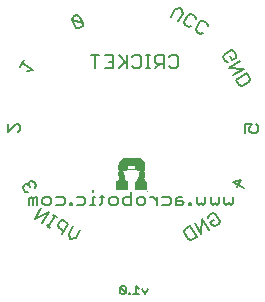
<source format=gbo>
G75*
%MOIN*%
%OFA0B0*%
%FSLAX24Y24*%
%IPPOS*%
%LPD*%
%AMOC8*
5,1,8,0,0,1.08239X$1,22.5*
%
%ADD10C,0.0080*%
%ADD11C,0.0050*%
%ADD12R,0.0337X0.0000*%
%ADD13R,0.0337X0.0000*%
%ADD14R,0.0344X0.0001*%
%ADD15R,0.0348X0.0000*%
%ADD16R,0.0347X0.0000*%
%ADD17R,0.0350X0.0000*%
%ADD18R,0.0350X0.0000*%
%ADD19R,0.0352X0.0001*%
%ADD20R,0.0355X0.0000*%
%ADD21R,0.0354X0.0000*%
%ADD22R,0.0356X0.0001*%
%ADD23R,0.0359X0.0000*%
%ADD24R,0.0360X0.0000*%
%ADD25R,0.0361X0.0001*%
%ADD26R,0.0363X0.0000*%
%ADD27R,0.0362X0.0000*%
%ADD28R,0.0365X0.0001*%
%ADD29R,0.0364X0.0001*%
%ADD30R,0.0365X0.0000*%
%ADD31R,0.0366X0.0000*%
%ADD32R,0.0366X0.0000*%
%ADD33R,0.0367X0.0001*%
%ADD34R,0.0369X0.0000*%
%ADD35R,0.0370X0.0001*%
%ADD36R,0.0369X0.0001*%
%ADD37R,0.0370X0.0000*%
%ADD38R,0.0371X0.0000*%
%ADD39R,0.0371X0.0000*%
%ADD40R,0.0372X0.0001*%
%ADD41R,0.0372X0.0001*%
%ADD42R,0.0373X0.0000*%
%ADD43R,0.0373X0.0000*%
%ADD44R,0.0374X0.0001*%
%ADD45R,0.0374X0.0001*%
%ADD46R,0.0375X0.0000*%
%ADD47R,0.0374X0.0000*%
%ADD48R,0.0375X0.0000*%
%ADD49R,0.0375X0.0000*%
%ADD50R,0.0375X0.0001*%
%ADD51R,0.0376X0.0001*%
%ADD52R,0.0376X0.0000*%
%ADD53R,0.0377X0.0001*%
%ADD54R,0.0376X0.0001*%
%ADD55R,0.0377X0.0000*%
%ADD56R,0.0378X0.0000*%
%ADD57R,0.0378X0.0000*%
%ADD58R,0.0379X0.0001*%
%ADD59R,0.0379X0.0000*%
%ADD60R,0.0379X0.0000*%
%ADD61R,0.0380X0.0001*%
%ADD62R,0.0379X0.0001*%
%ADD63R,0.0380X0.0000*%
%ADD64R,0.0379X0.0000*%
%ADD65R,0.0380X0.0000*%
%ADD66R,0.0380X0.0000*%
%ADD67R,0.0380X0.0001*%
%ADD68R,0.0381X0.0001*%
%ADD69R,0.0381X0.0000*%
%ADD70R,0.0381X0.0001*%
%ADD71R,0.0381X0.0001*%
%ADD72R,0.0381X0.0000*%
%ADD73R,0.0382X0.0001*%
%ADD74R,0.0381X0.0001*%
%ADD75R,0.0382X0.0000*%
%ADD76R,0.0382X0.0000*%
%ADD77R,0.0382X0.0001*%
%ADD78R,0.0382X0.0000*%
%ADD79R,0.0383X0.0000*%
%ADD80R,0.0383X0.0001*%
%ADD81R,0.0383X0.0001*%
%ADD82R,0.0383X0.0000*%
%ADD83R,0.0382X0.0001*%
%ADD84R,0.0379X0.0001*%
%ADD85R,0.0381X0.0000*%
%ADD86R,0.0378X0.0001*%
%ADD87R,0.0377X0.0000*%
%ADD88R,0.0376X0.0000*%
%ADD89R,0.0374X0.0000*%
%ADD90R,0.0377X0.0001*%
%ADD91R,0.0372X0.0000*%
%ADD92R,0.0371X0.0001*%
%ADD93R,0.0376X0.0001*%
%ADD94R,0.0371X0.0000*%
%ADD95R,0.0376X0.0000*%
%ADD96R,0.0370X0.0000*%
%ADD97R,0.0369X0.0001*%
%ADD98R,0.0374X0.0001*%
%ADD99R,0.0368X0.0000*%
%ADD100R,0.0374X0.0000*%
%ADD101R,0.0367X0.0001*%
%ADD102R,0.0373X0.0001*%
%ADD103R,0.0366X0.0000*%
%ADD104R,0.0372X0.0000*%
%ADD105R,0.0365X0.0000*%
%ADD106R,0.0371X0.0000*%
%ADD107R,0.0364X0.0001*%
%ADD108R,0.0371X0.0001*%
%ADD109R,0.0362X0.0000*%
%ADD110R,0.0369X0.0000*%
%ADD111R,0.0360X0.0001*%
%ADD112R,0.0369X0.0001*%
%ADD113R,0.0359X0.0000*%
%ADD114R,0.0367X0.0000*%
%ADD115R,0.0357X0.0000*%
%ADD116R,0.0355X0.0001*%
%ADD117R,0.0365X0.0001*%
%ADD118R,0.0354X0.0000*%
%ADD119R,0.0364X0.0000*%
%ADD120R,0.0351X0.0001*%
%ADD121R,0.0363X0.0001*%
%ADD122R,0.0348X0.0000*%
%ADD123R,0.0361X0.0000*%
%ADD124R,0.0345X0.0000*%
%ADD125R,0.0340X0.0001*%
%ADD126R,0.0359X0.0001*%
%ADD127R,0.0258X0.0000*%
%ADD128R,0.0356X0.0000*%
%ADD129R,0.0257X0.0001*%
%ADD130R,0.0354X0.0001*%
%ADD131R,0.0257X0.0000*%
%ADD132R,0.0352X0.0000*%
%ADD133R,0.0347X0.0001*%
%ADD134R,0.0257X0.0000*%
%ADD135R,0.0344X0.0000*%
%ADD136R,0.0257X0.0001*%
%ADD137R,0.0338X0.0001*%
%ADD138R,0.0239X0.0000*%
%ADD139R,0.0256X0.0000*%
%ADD140R,0.0256X0.0001*%
%ADD141R,0.0239X0.0001*%
%ADD142R,0.0239X0.0001*%
%ADD143R,0.0256X0.0000*%
%ADD144R,0.0239X0.0000*%
%ADD145R,0.0256X0.0001*%
%ADD146R,0.0255X0.0000*%
%ADD147R,0.0238X0.0000*%
%ADD148R,0.0255X0.0001*%
%ADD149R,0.0238X0.0001*%
%ADD150R,0.0255X0.0000*%
%ADD151R,0.0255X0.0001*%
%ADD152R,0.0238X0.0001*%
%ADD153R,0.0238X0.0000*%
%ADD154R,0.0255X0.0000*%
%ADD155R,0.0238X0.0000*%
%ADD156R,0.0255X0.0001*%
%ADD157R,0.0238X0.0001*%
%ADD158R,0.0254X0.0000*%
%ADD159R,0.0254X0.0001*%
%ADD160R,0.0237X0.0000*%
%ADD161R,0.0254X0.0001*%
%ADD162R,0.0237X0.0001*%
%ADD163R,0.0254X0.0000*%
%ADD164R,0.0253X0.0000*%
%ADD165R,0.0236X0.0000*%
%ADD166R,0.0253X0.0001*%
%ADD167R,0.0236X0.0001*%
%ADD168R,0.0253X0.0000*%
%ADD169R,0.0253X0.0001*%
%ADD170R,0.0236X0.0001*%
%ADD171R,0.0236X0.0000*%
%ADD172R,0.0252X0.0001*%
%ADD173R,0.0252X0.0000*%
%ADD174R,0.0235X0.0000*%
%ADD175R,0.0235X0.0001*%
%ADD176R,0.0251X0.0000*%
%ADD177R,0.0251X0.0001*%
%ADD178R,0.0235X0.0001*%
%ADD179R,0.0235X0.0000*%
%ADD180R,0.0251X0.0001*%
%ADD181R,0.0251X0.0000*%
%ADD182R,0.0234X0.0000*%
%ADD183R,0.0250X0.0001*%
%ADD184R,0.0234X0.0001*%
%ADD185R,0.0250X0.0000*%
%ADD186R,0.0250X0.0000*%
%ADD187R,0.0234X0.0000*%
%ADD188R,0.0250X0.0001*%
%ADD189R,0.0234X0.0001*%
%ADD190R,0.0250X0.0001*%
%ADD191R,0.0250X0.0000*%
%ADD192R,0.0233X0.0000*%
%ADD193R,0.0249X0.0001*%
%ADD194R,0.0233X0.0001*%
%ADD195R,0.0249X0.0000*%
%ADD196R,0.0233X0.0001*%
%ADD197R,0.0233X0.0000*%
%ADD198R,0.0249X0.0000*%
%ADD199R,0.0249X0.0001*%
%ADD200R,0.0232X0.0000*%
%ADD201R,0.0248X0.0001*%
%ADD202R,0.0232X0.0001*%
%ADD203R,0.0248X0.0000*%
%ADD204R,0.0248X0.0001*%
%ADD205R,0.0232X0.0001*%
%ADD206R,0.0248X0.0000*%
%ADD207R,0.0232X0.0000*%
%ADD208R,0.0247X0.0000*%
%ADD209R,0.0231X0.0000*%
%ADD210R,0.0247X0.0001*%
%ADD211R,0.0231X0.0001*%
%ADD212R,0.0246X0.0001*%
%ADD213R,0.0246X0.0000*%
%ADD214R,0.0231X0.0000*%
%ADD215R,0.0231X0.0001*%
%ADD216R,0.0246X0.0000*%
%ADD217R,0.0246X0.0001*%
%ADD218R,0.0230X0.0000*%
%ADD219R,0.0245X0.0000*%
%ADD220R,0.0245X0.0001*%
%ADD221R,0.0230X0.0001*%
%ADD222R,0.0245X0.0001*%
%ADD223R,0.0230X0.0001*%
%ADD224R,0.0245X0.0000*%
%ADD225R,0.0230X0.0000*%
%ADD226R,0.0245X0.0000*%
%ADD227R,0.0229X0.0000*%
%ADD228R,0.0245X0.0001*%
%ADD229R,0.0229X0.0001*%
%ADD230R,0.0244X0.0000*%
%ADD231R,0.0244X0.0001*%
%ADD232R,0.0229X0.0001*%
%ADD233R,0.0229X0.0000*%
%ADD234R,0.0244X0.0000*%
%ADD235R,0.0228X0.0000*%
%ADD236R,0.0244X0.0001*%
%ADD237R,0.0228X0.0001*%
%ADD238R,0.0243X0.0000*%
%ADD239R,0.0243X0.0001*%
%ADD240R,0.0243X0.0000*%
%ADD241R,0.0228X0.0000*%
%ADD242R,0.0243X0.0001*%
%ADD243R,0.0228X0.0001*%
%ADD244R,0.0242X0.0000*%
%ADD245R,0.0227X0.0000*%
%ADD246R,0.0242X0.0001*%
%ADD247R,0.0227X0.0001*%
%ADD248R,0.0241X0.0000*%
%ADD249R,0.0241X0.0001*%
%ADD250R,0.0227X0.0001*%
%ADD251R,0.0227X0.0000*%
%ADD252R,0.0241X0.0001*%
%ADD253R,0.0241X0.0000*%
%ADD254R,0.0226X0.0000*%
%ADD255R,0.0226X0.0001*%
%ADD256R,0.0240X0.0000*%
%ADD257R,0.0240X0.0001*%
%ADD258R,0.0226X0.0001*%
%ADD259R,0.0240X0.0000*%
%ADD260R,0.0226X0.0000*%
%ADD261R,0.0240X0.0001*%
%ADD262R,0.0225X0.0000*%
%ADD263R,0.0240X0.0001*%
%ADD264R,0.0225X0.0001*%
%ADD265R,0.0240X0.0000*%
%ADD266R,0.0225X0.0000*%
%ADD267R,0.0225X0.0001*%
%ADD268R,0.0239X0.0001*%
%ADD269R,0.0239X0.0000*%
%ADD270R,0.0224X0.0000*%
%ADD271R,0.0224X0.0001*%
%ADD272R,0.0224X0.0001*%
%ADD273R,0.0224X0.0000*%
%ADD274R,0.0223X0.0000*%
%ADD275R,0.0237X0.0001*%
%ADD276R,0.0223X0.0001*%
%ADD277R,0.0237X0.0000*%
%ADD278R,0.0223X0.0001*%
%ADD279R,0.0223X0.0000*%
%ADD280R,0.0236X0.0000*%
%ADD281R,0.0222X0.0000*%
%ADD282R,0.0236X0.0001*%
%ADD283R,0.0222X0.0001*%
%ADD284R,0.0222X0.0000*%
%ADD285R,0.0222X0.0001*%
%ADD286R,0.0221X0.0000*%
%ADD287R,0.0235X0.0000*%
%ADD288R,0.0235X0.0001*%
%ADD289R,0.0221X0.0001*%
%ADD290R,0.0221X0.0001*%
%ADD291R,0.0221X0.0000*%
%ADD292R,0.0234X0.0000*%
%ADD293R,0.0220X0.0000*%
%ADD294R,0.0234X0.0001*%
%ADD295R,0.0220X0.0001*%
%ADD296R,0.0220X0.0001*%
%ADD297R,0.0220X0.0000*%
%ADD298R,0.0219X0.0000*%
%ADD299R,0.0219X0.0001*%
%ADD300R,0.0232X0.0000*%
%ADD301R,0.0232X0.0001*%
%ADD302R,0.0219X0.0000*%
%ADD303R,0.0219X0.0001*%
%ADD304R,0.0231X0.0000*%
%ADD305R,0.0218X0.0000*%
%ADD306R,0.0231X0.0001*%
%ADD307R,0.0218X0.0001*%
%ADD308R,0.0218X0.0001*%
%ADD309R,0.0218X0.0000*%
%ADD310R,0.0217X0.0000*%
%ADD311R,0.0217X0.0001*%
%ADD312R,0.0230X0.0000*%
%ADD313R,0.0230X0.0001*%
%ADD314R,0.0217X0.0001*%
%ADD315R,0.0217X0.0000*%
%ADD316R,0.0216X0.0000*%
%ADD317R,0.0229X0.0001*%
%ADD318R,0.0216X0.0001*%
%ADD319R,0.0229X0.0000*%
%ADD320R,0.0216X0.0000*%
%ADD321R,0.0216X0.0001*%
%ADD322R,0.0215X0.0000*%
%ADD323R,0.0227X0.0001*%
%ADD324R,0.0215X0.0001*%
%ADD325R,0.0227X0.0000*%
%ADD326R,0.0215X0.0001*%
%ADD327R,0.0215X0.0000*%
%ADD328R,0.0214X0.0000*%
%ADD329R,0.0226X0.0001*%
%ADD330R,0.0214X0.0001*%
%ADD331R,0.0226X0.0000*%
%ADD332R,0.0214X0.0001*%
%ADD333R,0.0214X0.0000*%
%ADD334R,0.0213X0.0000*%
%ADD335R,0.0213X0.0001*%
%ADD336R,0.0225X0.0001*%
%ADD337R,0.0225X0.0000*%
%ADD338R,0.0213X0.0000*%
%ADD339R,0.0213X0.0001*%
%ADD340R,0.0213X0.0000*%
%ADD341R,0.0224X0.0000*%
%ADD342R,0.0224X0.0001*%
%ADD343R,0.0213X0.0001*%
%ADD344R,0.0212X0.0001*%
%ADD345R,0.0212X0.0000*%
%ADD346R,0.0211X0.0000*%
%ADD347R,0.0211X0.0001*%
%ADD348R,0.0222X0.0000*%
%ADD349R,0.0222X0.0001*%
%ADD350R,0.0211X0.0001*%
%ADD351R,0.0211X0.0000*%
%ADD352R,0.0210X0.0000*%
%ADD353R,0.0210X0.0001*%
%ADD354R,0.0221X0.0000*%
%ADD355R,0.0221X0.0001*%
%ADD356R,0.0210X0.0000*%
%ADD357R,0.0210X0.0001*%
%ADD358R,0.0209X0.0000*%
%ADD359R,0.0209X0.0001*%
%ADD360R,0.0220X0.0000*%
%ADD361R,0.0220X0.0001*%
%ADD362R,0.0209X0.0001*%
%ADD363R,0.0209X0.0000*%
%ADD364R,0.0208X0.0000*%
%ADD365R,0.0208X0.0001*%
%ADD366R,0.0219X0.0000*%
%ADD367R,0.0219X0.0001*%
%ADD368R,0.0208X0.0001*%
%ADD369R,0.0208X0.0000*%
%ADD370R,0.0208X0.0000*%
%ADD371R,0.0208X0.0001*%
%ADD372R,0.0217X0.0000*%
%ADD373R,0.0207X0.0000*%
%ADD374R,0.0217X0.0001*%
%ADD375R,0.0207X0.0001*%
%ADD376R,0.0206X0.0000*%
%ADD377R,0.0216X0.0001*%
%ADD378R,0.0206X0.0001*%
%ADD379R,0.0216X0.0000*%
%ADD380R,0.0206X0.0001*%
%ADD381R,0.0206X0.0000*%
%ADD382R,0.0205X0.0000*%
%ADD383R,0.0205X0.0001*%
%ADD384R,0.0215X0.0001*%
%ADD385R,0.0205X0.0001*%
%ADD386R,0.0215X0.0000*%
%ADD387R,0.0205X0.0000*%
%ADD388R,0.0204X0.0000*%
%ADD389R,0.0204X0.0001*%
%ADD390R,0.0214X0.0001*%
%ADD391R,0.0214X0.0000*%
%ADD392R,0.0204X0.0000*%
%ADD393R,0.0204X0.0001*%
%ADD394R,0.0203X0.0000*%
%ADD395R,0.0203X0.0001*%
%ADD396R,0.0212X0.0001*%
%ADD397R,0.0203X0.0001*%
%ADD398R,0.0212X0.0000*%
%ADD399R,0.0203X0.0000*%
%ADD400R,0.0203X0.0000*%
%ADD401R,0.0203X0.0001*%
%ADD402R,0.0211X0.0000*%
%ADD403R,0.0211X0.0001*%
%ADD404R,0.0202X0.0001*%
%ADD405R,0.0202X0.0000*%
%ADD406R,0.0201X0.0000*%
%ADD407R,0.0201X0.0001*%
%ADD408R,0.0210X0.0000*%
%ADD409R,0.0201X0.0000*%
%ADD410R,0.0210X0.0001*%
%ADD411R,0.0201X0.0001*%
%ADD412R,0.0200X0.0000*%
%ADD413R,0.0200X0.0001*%
%ADD414R,0.0209X0.0000*%
%ADD415R,0.0209X0.0001*%
%ADD416R,0.0200X0.0001*%
%ADD417R,0.0200X0.0000*%
%ADD418R,0.0199X0.0000*%
%ADD419R,0.0199X0.0001*%
%ADD420R,0.0199X0.0001*%
%ADD421R,0.0207X0.0000*%
%ADD422R,0.0199X0.0000*%
%ADD423R,0.0207X0.0001*%
%ADD424R,0.0198X0.0000*%
%ADD425R,0.0198X0.0001*%
%ADD426R,0.0206X0.0000*%
%ADD427R,0.0198X0.0000*%
%ADD428R,0.0206X0.0001*%
%ADD429R,0.0198X0.0001*%
%ADD430R,0.0198X0.0000*%
%ADD431R,0.0198X0.0001*%
%ADD432R,0.0197X0.0001*%
%ADD433R,0.0205X0.0000*%
%ADD434R,0.0197X0.0000*%
%ADD435R,0.0205X0.0001*%
%ADD436R,0.0196X0.0000*%
%ADD437R,0.0196X0.0001*%
%ADD438R,0.0204X0.0001*%
%ADD439R,0.0196X0.0001*%
%ADD440R,0.0204X0.0000*%
%ADD441R,0.0196X0.0000*%
%ADD442R,0.0195X0.0000*%
%ADD443R,0.0195X0.0001*%
%ADD444R,0.0195X0.0000*%
%ADD445R,0.0202X0.0001*%
%ADD446R,0.0195X0.0001*%
%ADD447R,0.0202X0.0000*%
%ADD448R,0.0194X0.0000*%
%ADD449R,0.0194X0.0001*%
%ADD450R,0.0201X0.0001*%
%ADD451R,0.0194X0.0001*%
%ADD452R,0.0201X0.0000*%
%ADD453R,0.0194X0.0000*%
%ADD454R,0.0193X0.0000*%
%ADD455R,0.0193X0.0001*%
%ADD456R,0.0193X0.0001*%
%ADD457R,0.0193X0.0000*%
%ADD458R,0.0200X0.0001*%
%ADD459R,0.0200X0.0000*%
%ADD460R,0.0192X0.0000*%
%ADD461R,0.0192X0.0001*%
%ADD462R,0.0199X0.0000*%
%ADD463R,0.0192X0.0000*%
%ADD464R,0.0199X0.0001*%
%ADD465R,0.0192X0.0001*%
%ADD466R,0.0191X0.0000*%
%ADD467R,0.0191X0.0001*%
%ADD468R,0.0191X0.0001*%
%ADD469R,0.0191X0.0000*%
%ADD470R,0.0197X0.0000*%
%ADD471R,0.0197X0.0001*%
%ADD472R,0.0190X0.0000*%
%ADD473R,0.0190X0.0001*%
%ADD474R,0.0190X0.0001*%
%ADD475R,0.0196X0.0000*%
%ADD476R,0.0190X0.0000*%
%ADD477R,0.0196X0.0001*%
%ADD478R,0.0189X0.0000*%
%ADD479R,0.0189X0.0001*%
%ADD480R,0.0189X0.0000*%
%ADD481R,0.0189X0.0001*%
%ADD482R,0.0195X0.0000*%
%ADD483R,0.0195X0.0001*%
%ADD484R,0.0188X0.0000*%
%ADD485R,0.0188X0.0001*%
%ADD486R,0.0188X0.0001*%
%ADD487R,0.0194X0.0000*%
%ADD488R,0.0188X0.0000*%
%ADD489R,0.0194X0.0001*%
%ADD490R,0.0187X0.0000*%
%ADD491R,0.0187X0.0001*%
%ADD492R,0.0187X0.0001*%
%ADD493R,0.0187X0.0000*%
%ADD494R,0.0192X0.0000*%
%ADD495R,0.0186X0.0000*%
%ADD496R,0.0192X0.0001*%
%ADD497R,0.0186X0.0001*%
%ADD498R,0.0186X0.0000*%
%ADD499R,0.0191X0.0001*%
%ADD500R,0.0186X0.0001*%
%ADD501R,0.0191X0.0000*%
%ADD502R,0.0185X0.0000*%
%ADD503R,0.0185X0.0001*%
%ADD504R,0.0185X0.0001*%
%ADD505R,0.0185X0.0000*%
%ADD506R,0.0190X0.0001*%
%ADD507R,0.0190X0.0000*%
%ADD508R,0.0184X0.0000*%
%ADD509R,0.0184X0.0001*%
%ADD510R,0.0184X0.0001*%
%ADD511R,0.0184X0.0000*%
%ADD512R,0.0189X0.0001*%
%ADD513R,0.0189X0.0000*%
%ADD514R,0.0183X0.0000*%
%ADD515R,0.0183X0.0001*%
%ADD516R,0.0183X0.0000*%
%ADD517R,0.0183X0.0001*%
%ADD518R,0.0187X0.0001*%
%ADD519R,0.0187X0.0000*%
%ADD520R,0.0182X0.0000*%
%ADD521R,0.0182X0.0001*%
%ADD522R,0.0182X0.0001*%
%ADD523R,0.0182X0.0000*%
%ADD524R,0.0186X0.0000*%
%ADD525R,0.0186X0.0001*%
%ADD526R,0.0181X0.0000*%
%ADD527R,0.0181X0.0001*%
%ADD528R,0.0181X0.0001*%
%ADD529R,0.0181X0.0000*%
%ADD530R,0.0185X0.0000*%
%ADD531R,0.0180X0.0000*%
%ADD532R,0.0185X0.0001*%
%ADD533R,0.0180X0.0001*%
%ADD534R,0.0180X0.0000*%
%ADD535R,0.0180X0.0001*%
%ADD536R,0.0184X0.0000*%
%ADD537R,0.0184X0.0001*%
%ADD538R,0.0179X0.0000*%
%ADD539R,0.0179X0.0001*%
%ADD540R,0.0179X0.0001*%
%ADD541R,0.0179X0.0000*%
%ADD542R,0.0182X0.0000*%
%ADD543R,0.0178X0.0000*%
%ADD544R,0.0182X0.0001*%
%ADD545R,0.0178X0.0001*%
%ADD546R,0.0178X0.0001*%
%ADD547R,0.0178X0.0000*%
%ADD548R,0.0181X0.0000*%
%ADD549R,0.0177X0.0000*%
%ADD550R,0.0181X0.0001*%
%ADD551R,0.0177X0.0001*%
%ADD552R,0.0177X0.0000*%
%ADD553R,0.0177X0.0001*%
%ADD554R,0.0180X0.0000*%
%ADD555R,0.0176X0.0000*%
%ADD556R,0.0180X0.0001*%
%ADD557R,0.0176X0.0001*%
%ADD558R,0.0176X0.0001*%
%ADD559R,0.0176X0.0000*%
%ADD560R,0.0179X0.0001*%
%ADD561R,0.0179X0.0000*%
%ADD562R,0.0175X0.0000*%
%ADD563R,0.0175X0.0001*%
%ADD564R,0.0175X0.0001*%
%ADD565R,0.0175X0.0000*%
%ADD566R,0.0174X0.0000*%
%ADD567R,0.0177X0.0001*%
%ADD568R,0.0174X0.0001*%
%ADD569R,0.0177X0.0000*%
%ADD570R,0.0174X0.0000*%
%ADD571R,0.0174X0.0001*%
%ADD572R,0.0176X0.0001*%
%ADD573R,0.0176X0.0000*%
%ADD574R,0.0173X0.0000*%
%ADD575R,0.0173X0.0001*%
%ADD576R,0.0173X0.0001*%
%ADD577R,0.0173X0.0000*%
%ADD578R,0.0173X0.0000*%
%ADD579R,0.0175X0.0001*%
%ADD580R,0.0173X0.0001*%
%ADD581R,0.0175X0.0000*%
%ADD582R,0.0172X0.0001*%
%ADD583R,0.0172X0.0000*%
%ADD584R,0.0174X0.0000*%
%ADD585R,0.0171X0.0000*%
%ADD586R,0.0174X0.0001*%
%ADD587R,0.0171X0.0001*%
%ADD588R,0.0171X0.0000*%
%ADD589R,0.0171X0.0001*%
%ADD590R,0.0170X0.0000*%
%ADD591R,0.0172X0.0000*%
%ADD592R,0.0172X0.0001*%
%ADD593R,0.0170X0.0001*%
%ADD594R,0.0170X0.0001*%
%ADD595R,0.0170X0.0000*%
%ADD596R,0.0171X0.0000*%
%ADD597R,0.0169X0.0000*%
%ADD598R,0.0171X0.0001*%
%ADD599R,0.0169X0.0001*%
%ADD600R,0.0169X0.0001*%
%ADD601R,0.0169X0.0000*%
%ADD602R,0.0168X0.0000*%
%ADD603R,0.0168X0.0001*%
%ADD604R,0.0170X0.0000*%
%ADD605R,0.0170X0.0001*%
%ADD606R,0.0168X0.0000*%
%ADD607R,0.0168X0.0001*%
%ADD608R,0.0169X0.0000*%
%ADD609R,0.0168X0.0000*%
%ADD610R,0.0169X0.0001*%
%ADD611R,0.0168X0.0001*%
%ADD612R,0.0167X0.0001*%
%ADD613R,0.0167X0.0000*%
%ADD614R,0.0166X0.0000*%
%ADD615R,0.0166X0.0001*%
%ADD616R,0.0167X0.0000*%
%ADD617R,0.0167X0.0001*%
%ADD618R,0.0166X0.0001*%
%ADD619R,0.0166X0.0000*%
%ADD620R,0.0165X0.0000*%
%ADD621R,0.0166X0.0001*%
%ADD622R,0.0165X0.0001*%
%ADD623R,0.0166X0.0000*%
%ADD624R,0.0165X0.0000*%
%ADD625R,0.0165X0.0001*%
%ADD626R,0.0164X0.0000*%
%ADD627R,0.0165X0.0001*%
%ADD628R,0.0164X0.0001*%
%ADD629R,0.0165X0.0000*%
%ADD630R,0.0164X0.0001*%
%ADD631R,0.0164X0.0000*%
%ADD632R,0.0163X0.0000*%
%ADD633R,0.0164X0.0001*%
%ADD634R,0.0163X0.0001*%
%ADD635R,0.0164X0.0000*%
%ADD636R,0.0163X0.0001*%
%ADD637R,0.0163X0.0000*%
%ADD638R,0.0163X0.0000*%
%ADD639R,0.0163X0.0001*%
%ADD640R,0.0162X0.0001*%
%ADD641R,0.0162X0.0000*%
%ADD642R,0.0162X0.0000*%
%ADD643R,0.0161X0.0001*%
%ADD644R,0.0162X0.0001*%
%ADD645R,0.0161X0.0000*%
%ADD646R,0.0161X0.0000*%
%ADD647R,0.0161X0.0001*%
%ADD648R,0.0160X0.0001*%
%ADD649R,0.0161X0.0001*%
%ADD650R,0.0160X0.0000*%
%ADD651R,0.0161X0.0000*%
%ADD652R,0.0160X0.0000*%
%ADD653R,0.0160X0.0001*%
%ADD654R,0.0160X0.0000*%
%ADD655R,0.0160X0.0001*%
%ADD656R,0.0159X0.0001*%
%ADD657R,0.0159X0.0000*%
%ADD658R,0.0159X0.0000*%
%ADD659R,0.0159X0.0001*%
%ADD660R,0.0159X0.0000*%
%ADD661R,0.0159X0.0001*%
%ADD662R,0.0158X0.0000*%
%ADD663R,0.0158X0.0001*%
%ADD664R,0.0158X0.0000*%
%ADD665R,0.0158X0.0000*%
%ADD666R,0.0158X0.0001*%
%ADD667R,0.0158X0.0001*%
%ADD668R,0.0157X0.0000*%
%ADD669R,0.0157X0.0001*%
%ADD670R,0.0156X0.0000*%
%ADD671R,0.0156X0.0001*%
%ADD672R,0.0156X0.0000*%
%ADD673R,0.0156X0.0001*%
%ADD674R,0.0157X0.0001*%
%ADD675R,0.0155X0.0000*%
%ADD676R,0.0157X0.0000*%
%ADD677R,0.0155X0.0001*%
%ADD678R,0.0155X0.0001*%
%ADD679R,0.0155X0.0000*%
%ADD680R,0.0155X0.0000*%
%ADD681R,0.0156X0.0000*%
%ADD682R,0.0155X0.0001*%
%ADD683R,0.0156X0.0001*%
%ADD684R,0.0154X0.0000*%
%ADD685R,0.0154X0.0001*%
%ADD686R,0.0154X0.0001*%
%ADD687R,0.0154X0.0000*%
%ADD688R,0.0153X0.0000*%
%ADD689R,0.0153X0.0001*%
%ADD690R,0.0154X0.0000*%
%ADD691R,0.0152X0.0001*%
%ADD692R,0.0154X0.0001*%
%ADD693R,0.0152X0.0000*%
%ADD694R,0.0152X0.0001*%
%ADD695R,0.0152X0.0000*%
%ADD696R,0.0151X0.0000*%
%ADD697R,0.0153X0.0000*%
%ADD698R,0.0151X0.0001*%
%ADD699R,0.0153X0.0001*%
%ADD700R,0.0151X0.0001*%
%ADD701R,0.0151X0.0000*%
%ADD702R,0.0150X0.0001*%
%ADD703R,0.0150X0.0000*%
%ADD704R,0.0150X0.0000*%
%ADD705R,0.0150X0.0001*%
%ADD706R,0.0150X0.0001*%
%ADD707R,0.0152X0.0001*%
%ADD708R,0.0150X0.0000*%
%ADD709R,0.0152X0.0000*%
%ADD710R,0.0149X0.0000*%
%ADD711R,0.0149X0.0001*%
%ADD712R,0.0149X0.0000*%
%ADD713R,0.0149X0.0001*%
%ADD714R,0.0151X0.0001*%
%ADD715R,0.0151X0.0000*%
%ADD716R,0.0148X0.0001*%
%ADD717R,0.0148X0.0000*%
%ADD718R,0.0260X0.0000*%
%ADD719R,0.0259X0.0000*%
%ADD720R,0.0260X0.0001*%
%ADD721R,0.0259X0.0001*%
%ADD722R,0.0868X0.0000*%
%ADD723R,0.0868X0.0001*%
%ADD724R,0.0321X0.0000*%
%ADD725R,0.0305X0.0000*%
%ADD726R,0.0321X0.0001*%
%ADD727R,0.0305X0.0001*%
%ADD728R,0.0867X0.0000*%
%ADD729R,0.0867X0.0001*%
%ADD730R,0.0867X0.0000*%
%ADD731R,0.0867X0.0001*%
%ADD732R,0.0866X0.0000*%
%ADD733R,0.0866X0.0000*%
%ADD734R,0.0866X0.0001*%
%ADD735R,0.0866X0.0000*%
%ADD736R,0.0866X0.0001*%
%ADD737R,0.0865X0.0000*%
%ADD738R,0.0865X0.0001*%
%ADD739R,0.0864X0.0001*%
%ADD740R,0.0864X0.0000*%
%ADD741R,0.0864X0.0001*%
%ADD742R,0.0864X0.0000*%
%ADD743R,0.0864X0.0001*%
%ADD744R,0.0864X0.0000*%
%ADD745R,0.0863X0.0001*%
%ADD746R,0.0863X0.0000*%
%ADD747R,0.0862X0.0001*%
%ADD748R,0.0862X0.0000*%
%ADD749R,0.0862X0.0001*%
%ADD750R,0.0862X0.0000*%
%ADD751R,0.0861X0.0001*%
%ADD752R,0.0861X0.0000*%
%ADD753R,0.0861X0.0001*%
%ADD754R,0.0860X0.0001*%
%ADD755R,0.0860X0.0000*%
%ADD756R,0.0859X0.0000*%
%ADD757R,0.0859X0.0001*%
%ADD758R,0.0858X0.0000*%
%ADD759R,0.0858X0.0001*%
%ADD760R,0.0857X0.0001*%
%ADD761R,0.0857X0.0000*%
%ADD762R,0.0856X0.0000*%
%ADD763R,0.0856X0.0001*%
%ADD764R,0.0855X0.0000*%
%ADD765R,0.0855X0.0001*%
%ADD766R,0.0855X0.0000*%
%ADD767R,0.0855X0.0001*%
%ADD768R,0.0854X0.0000*%
%ADD769R,0.0854X0.0001*%
%ADD770R,0.0853X0.0000*%
%ADD771R,0.0853X0.0001*%
%ADD772R,0.0853X0.0000*%
%ADD773R,0.0853X0.0000*%
%ADD774R,0.0852X0.0001*%
%ADD775R,0.0852X0.0000*%
%ADD776R,0.0852X0.0001*%
%ADD777R,0.0851X0.0000*%
%ADD778R,0.0850X0.0001*%
%ADD779R,0.0850X0.0000*%
%ADD780R,0.0850X0.0001*%
%ADD781R,0.0849X0.0000*%
%ADD782R,0.0848X0.0001*%
%ADD783R,0.0848X0.0000*%
%ADD784R,0.0848X0.0001*%
%ADD785R,0.0848X0.0000*%
%ADD786R,0.0847X0.0000*%
%ADD787R,0.0847X0.0001*%
%ADD788R,0.0846X0.0000*%
%ADD789R,0.0846X0.0001*%
%ADD790R,0.0845X0.0000*%
%ADD791R,0.0845X0.0000*%
%ADD792R,0.0845X0.0001*%
%ADD793R,0.0843X0.0000*%
%ADD794R,0.0843X0.0001*%
%ADD795R,0.0841X0.0000*%
%ADD796R,0.0840X0.0000*%
%ADD797R,0.0839X0.0001*%
%ADD798R,0.0838X0.0000*%
%ADD799R,0.0837X0.0001*%
%ADD800R,0.0836X0.0000*%
%ADD801R,0.0835X0.0000*%
%ADD802R,0.0834X0.0001*%
%ADD803R,0.0833X0.0000*%
%ADD804R,0.0832X0.0001*%
%ADD805R,0.0831X0.0000*%
%ADD806R,0.0830X0.0000*%
%ADD807R,0.0829X0.0001*%
%ADD808R,0.0828X0.0000*%
%ADD809R,0.0827X0.0001*%
%ADD810R,0.0826X0.0000*%
%ADD811R,0.0825X0.0000*%
%ADD812R,0.0824X0.0001*%
%ADD813R,0.0823X0.0000*%
%ADD814R,0.0822X0.0001*%
%ADD815R,0.0821X0.0000*%
%ADD816R,0.0820X0.0000*%
%ADD817R,0.0819X0.0001*%
%ADD818R,0.0818X0.0000*%
%ADD819R,0.0817X0.0001*%
%ADD820R,0.0816X0.0000*%
%ADD821R,0.0815X0.0000*%
%ADD822R,0.0814X0.0001*%
%ADD823R,0.0813X0.0000*%
%ADD824R,0.0812X0.0001*%
%ADD825R,0.0811X0.0000*%
%ADD826R,0.0810X0.0000*%
%ADD827R,0.0808X0.0001*%
%ADD828R,0.0808X0.0000*%
%ADD829R,0.0807X0.0001*%
%ADD830R,0.0805X0.0000*%
%ADD831R,0.0805X0.0000*%
%ADD832R,0.0803X0.0001*%
%ADD833R,0.0803X0.0000*%
%ADD834R,0.0802X0.0001*%
%ADD835R,0.0800X0.0000*%
%ADD836R,0.0800X0.0000*%
%ADD837R,0.0798X0.0001*%
%ADD838R,0.0798X0.0000*%
%ADD839R,0.0797X0.0001*%
%ADD840R,0.0795X0.0000*%
%ADD841R,0.0795X0.0000*%
%ADD842R,0.0793X0.0001*%
%ADD843R,0.0793X0.0000*%
%ADD844R,0.0791X0.0001*%
%ADD845R,0.0790X0.0000*%
%ADD846R,0.0789X0.0000*%
%ADD847R,0.0788X0.0001*%
%ADD848R,0.0787X0.0000*%
%ADD849R,0.0786X0.0001*%
%ADD850R,0.0785X0.0000*%
%ADD851R,0.0784X0.0000*%
%ADD852R,0.0783X0.0001*%
%ADD853R,0.0782X0.0000*%
%ADD854R,0.0781X0.0001*%
%ADD855R,0.0780X0.0000*%
%ADD856R,0.0779X0.0000*%
%ADD857R,0.0778X0.0001*%
%ADD858R,0.0777X0.0000*%
%ADD859R,0.0776X0.0001*%
%ADD860R,0.0775X0.0000*%
%ADD861R,0.0774X0.0000*%
%ADD862R,0.0773X0.0001*%
%ADD863R,0.0772X0.0000*%
%ADD864R,0.0771X0.0001*%
%ADD865R,0.0770X0.0000*%
%ADD866R,0.0769X0.0000*%
%ADD867R,0.0768X0.0001*%
%ADD868R,0.0767X0.0000*%
%ADD869R,0.0766X0.0001*%
%ADD870R,0.0765X0.0000*%
%ADD871R,0.0764X0.0000*%
%ADD872R,0.0763X0.0001*%
%ADD873R,0.0762X0.0000*%
%ADD874R,0.0761X0.0001*%
%ADD875R,0.0760X0.0000*%
%ADD876R,0.0758X0.0000*%
%ADD877R,0.0757X0.0001*%
%ADD878R,0.0757X0.0000*%
%ADD879R,0.0755X0.0001*%
%ADD880R,0.0755X0.0000*%
%ADD881R,0.0753X0.0000*%
%ADD882R,0.0752X0.0001*%
%ADD883R,0.0752X0.0000*%
%ADD884R,0.0750X0.0001*%
%ADD885R,0.0750X0.0000*%
%ADD886R,0.0748X0.0000*%
%ADD887R,0.0747X0.0001*%
%ADD888R,0.0747X0.0000*%
%ADD889R,0.0745X0.0001*%
%ADD890R,0.0745X0.0000*%
%ADD891R,0.0743X0.0000*%
%ADD892R,0.0742X0.0001*%
%ADD893R,0.0741X0.0000*%
%ADD894R,0.0740X0.0001*%
%ADD895R,0.0739X0.0000*%
%ADD896R,0.0738X0.0000*%
%ADD897R,0.0737X0.0001*%
%ADD898R,0.0736X0.0000*%
%ADD899R,0.0735X0.0001*%
%ADD900R,0.0734X0.0000*%
%ADD901R,0.0733X0.0000*%
%ADD902R,0.0732X0.0001*%
%ADD903R,0.0731X0.0000*%
%ADD904R,0.0730X0.0001*%
%ADD905R,0.0729X0.0000*%
%ADD906R,0.0728X0.0000*%
%ADD907R,0.0727X0.0001*%
%ADD908R,0.0726X0.0000*%
%ADD909R,0.0725X0.0001*%
%ADD910R,0.0724X0.0000*%
%ADD911R,0.0723X0.0000*%
%ADD912R,0.0722X0.0001*%
%ADD913R,0.0721X0.0000*%
%ADD914R,0.0720X0.0001*%
%ADD915R,0.0719X0.0000*%
%ADD916R,0.0718X0.0000*%
%ADD917R,0.0717X0.0001*%
%ADD918R,0.0716X0.0000*%
%ADD919R,0.0715X0.0001*%
%ADD920R,0.0714X0.0000*%
%ADD921R,0.0713X0.0000*%
%ADD922R,0.0712X0.0001*%
%ADD923R,0.0711X0.0000*%
%ADD924R,0.0710X0.0001*%
%ADD925R,0.0709X0.0000*%
%ADD926R,0.0707X0.0000*%
%ADD927R,0.0707X0.0001*%
%ADD928R,0.0705X0.0000*%
%ADD929R,0.0705X0.0001*%
%ADD930R,0.0703X0.0000*%
%ADD931R,0.0703X0.0000*%
%ADD932R,0.0702X0.0001*%
%ADD933R,0.0700X0.0000*%
%ADD934R,0.0700X0.0001*%
%ADD935R,0.0698X0.0000*%
%ADD936R,0.0698X0.0000*%
%ADD937R,0.0697X0.0001*%
%ADD938R,0.0695X0.0000*%
%ADD939R,0.0695X0.0001*%
%ADD940R,0.0693X0.0000*%
%ADD941R,0.0692X0.0000*%
%ADD942R,0.0691X0.0001*%
%ADD943R,0.0690X0.0000*%
%ADD944R,0.0689X0.0001*%
%ADD945R,0.0688X0.0000*%
%ADD946R,0.0687X0.0000*%
%ADD947R,0.0686X0.0001*%
%ADD948R,0.0685X0.0000*%
%ADD949R,0.0684X0.0001*%
%ADD950R,0.0683X0.0000*%
%ADD951R,0.0682X0.0000*%
%ADD952R,0.0681X0.0001*%
%ADD953R,0.0680X0.0000*%
%ADD954R,0.0679X0.0001*%
%ADD955R,0.0678X0.0000*%
%ADD956R,0.0677X0.0000*%
%ADD957R,0.0676X0.0001*%
%ADD958R,0.0675X0.0000*%
%ADD959R,0.0674X0.0001*%
%ADD960R,0.0673X0.0000*%
%ADD961R,0.0672X0.0000*%
%ADD962R,0.0671X0.0001*%
%ADD963R,0.0670X0.0000*%
%ADD964R,0.0669X0.0001*%
%ADD965R,0.0668X0.0000*%
%ADD966R,0.0667X0.0000*%
%ADD967R,0.0666X0.0001*%
%ADD968R,0.0665X0.0000*%
%ADD969R,0.0664X0.0001*%
%ADD970R,0.0663X0.0000*%
%ADD971R,0.0662X0.0000*%
%ADD972R,0.0661X0.0001*%
%ADD973R,0.0660X0.0000*%
%ADD974R,0.0659X0.0001*%
%ADD975R,0.0658X0.0000*%
%ADD976R,0.0657X0.0000*%
%ADD977R,0.0655X0.0001*%
%ADD978R,0.0655X0.0000*%
%ADD979R,0.0653X0.0001*%
%ADD980R,0.0653X0.0000*%
%ADD981R,0.0652X0.0000*%
%ADD982R,0.0650X0.0001*%
%ADD983R,0.0650X0.0000*%
%ADD984R,0.0648X0.0001*%
%ADD985R,0.0648X0.0000*%
%ADD986R,0.0647X0.0000*%
%ADD987R,0.0645X0.0001*%
%ADD988R,0.0645X0.0000*%
%ADD989R,0.0643X0.0001*%
%ADD990R,0.0642X0.0000*%
%ADD991R,0.0641X0.0000*%
%ADD992R,0.0640X0.0001*%
%ADD993R,0.0639X0.0000*%
%ADD994R,0.0638X0.0001*%
%ADD995R,0.0637X0.0000*%
%ADD996R,0.0636X0.0000*%
%ADD997R,0.0635X0.0001*%
%ADD998R,0.0634X0.0000*%
%ADD999R,0.0633X0.0001*%
%ADD1000R,0.0632X0.0000*%
%ADD1001R,0.0631X0.0000*%
%ADD1002R,0.0630X0.0001*%
%ADD1003R,0.0629X0.0000*%
%ADD1004R,0.0628X0.0001*%
%ADD1005R,0.0627X0.0000*%
%ADD1006R,0.0626X0.0000*%
%ADD1007R,0.0625X0.0001*%
%ADD1008R,0.0624X0.0000*%
%ADD1009R,0.0623X0.0001*%
%ADD1010R,0.0622X0.0000*%
%ADD1011R,0.0621X0.0000*%
%ADD1012R,0.0620X0.0001*%
%ADD1013R,0.0619X0.0000*%
%ADD1014R,0.0618X0.0001*%
%ADD1015R,0.0617X0.0000*%
%ADD1016R,0.0616X0.0000*%
%ADD1017R,0.0615X0.0001*%
%ADD1018R,0.0614X0.0000*%
%ADD1019R,0.0613X0.0001*%
%ADD1020R,0.0612X0.0000*%
%ADD1021R,0.0611X0.0000*%
%ADD1022R,0.0610X0.0001*%
%ADD1023R,0.0609X0.0000*%
%ADD1024R,0.0607X0.0001*%
%ADD1025R,0.0607X0.0000*%
%ADD1026R,0.0605X0.0000*%
%ADD1027R,0.0605X0.0001*%
%ADD1028R,0.0603X0.0000*%
%ADD1029R,0.0602X0.0001*%
%ADD1030R,0.0602X0.0000*%
%ADD1031R,0.0600X0.0000*%
%ADD1032R,0.0600X0.0001*%
%ADD1033R,0.0598X0.0000*%
%ADD1034R,0.0597X0.0001*%
%ADD1035R,0.0597X0.0000*%
%ADD1036R,0.0595X0.0000*%
%ADD1037R,0.0595X0.0001*%
%ADD1038R,0.0593X0.0000*%
%ADD1039R,0.0592X0.0001*%
%ADD1040R,0.0591X0.0000*%
%ADD1041R,0.0590X0.0000*%
%ADD1042R,0.0589X0.0001*%
%ADD1043R,0.0588X0.0000*%
%ADD1044R,0.0587X0.0001*%
%ADD1045R,0.0586X0.0000*%
%ADD1046R,0.0585X0.0000*%
%ADD1047R,0.0584X0.0001*%
%ADD1048R,0.0583X0.0000*%
%ADD1049R,0.0582X0.0001*%
%ADD1050R,0.0581X0.0000*%
%ADD1051R,0.0580X0.0000*%
%ADD1052R,0.0579X0.0001*%
%ADD1053R,0.0578X0.0000*%
%ADD1054R,0.0577X0.0001*%
%ADD1055R,0.0576X0.0000*%
%ADD1056R,0.0575X0.0000*%
%ADD1057R,0.0574X0.0001*%
%ADD1058R,0.0573X0.0000*%
%ADD1059R,0.0571X0.0001*%
%ADD1060R,0.0568X0.0000*%
%ADD1061R,0.0565X0.0000*%
%ADD1062R,0.0563X0.0001*%
%ADD1063R,0.0560X0.0000*%
%ADD1064R,0.0557X0.0001*%
%ADD1065R,0.0554X0.0000*%
%ADD1066R,0.0551X0.0000*%
%ADD1067R,0.0548X0.0001*%
%ADD1068R,0.0545X0.0000*%
%ADD1069R,0.0542X0.0001*%
%ADD1070R,0.0537X0.0000*%
%ADD1071R,0.0533X0.0000*%
%ADD1072R,0.0530X0.0001*%
%ADD1073R,0.0526X0.0000*%
%ADD1074R,0.0522X0.0001*%
%ADD1075R,0.0518X0.0000*%
%ADD1076R,0.0513X0.0000*%
%ADD1077R,0.0508X0.0001*%
%ADD1078R,0.0503X0.0000*%
%ADD1079R,0.0496X0.0001*%
%ADD1080R,0.0489X0.0000*%
%ADD1081R,0.0477X0.0000*%
%ADD1082C,0.0000*%
D10*
X002904Y003109D02*
X003115Y003473D01*
X003225Y003565D02*
X003155Y003635D01*
X003155Y003775D01*
X003225Y003845D01*
X003366Y003845D01*
X003436Y003775D01*
X003436Y003635D01*
X003366Y003565D01*
X003225Y003565D01*
X002975Y003565D02*
X002975Y003845D01*
X002905Y003845D01*
X002835Y003775D01*
X002765Y003845D01*
X002695Y003775D01*
X002695Y003565D01*
X002835Y003565D02*
X002835Y003775D01*
X002675Y003990D02*
X002580Y004015D01*
X002510Y004137D01*
X002535Y004232D01*
X002596Y004267D01*
X002692Y004242D01*
X002727Y004181D01*
X002692Y004242D02*
X002717Y004337D01*
X002778Y004372D01*
X002874Y004347D01*
X002944Y004225D01*
X002918Y004130D01*
X003616Y003845D02*
X003826Y003845D01*
X003896Y003775D01*
X003896Y003635D01*
X003826Y003565D01*
X003616Y003565D01*
X003357Y003333D02*
X002904Y003109D01*
X003147Y002968D02*
X003357Y003333D01*
X003502Y003249D02*
X003623Y003179D01*
X003562Y003214D02*
X003352Y002850D01*
X003292Y002885D02*
X003413Y002815D01*
X003674Y002907D02*
X003700Y002811D01*
X003882Y002706D01*
X003812Y002585D02*
X004022Y002949D01*
X003840Y003054D01*
X003744Y003028D01*
X003674Y002907D01*
X004038Y002616D02*
X004178Y002859D01*
X004421Y002719D02*
X004280Y002476D01*
X004089Y002425D01*
X004038Y002616D01*
X004056Y003565D02*
X004126Y003565D01*
X004126Y003635D01*
X004056Y003635D01*
X004056Y003565D01*
X004306Y003565D02*
X004517Y003565D01*
X004587Y003635D01*
X004587Y003775D01*
X004517Y003845D01*
X004306Y003845D01*
X004753Y003565D02*
X004894Y003565D01*
X004824Y003565D02*
X004824Y003845D01*
X004894Y003845D01*
X004824Y003985D02*
X004824Y004055D01*
X005060Y003845D02*
X005201Y003845D01*
X005130Y003915D02*
X005130Y003635D01*
X005060Y003565D01*
X005381Y003635D02*
X005381Y003775D01*
X005451Y003845D01*
X005591Y003845D01*
X005661Y003775D01*
X005661Y003635D01*
X005591Y003565D01*
X005451Y003565D01*
X005381Y003635D01*
X005841Y003635D02*
X005841Y003775D01*
X005911Y003845D01*
X006121Y003845D01*
X006121Y003985D02*
X006121Y003565D01*
X005911Y003565D01*
X005841Y003635D01*
X006301Y003635D02*
X006301Y003775D01*
X006372Y003845D01*
X006512Y003845D01*
X006582Y003775D01*
X006582Y003635D01*
X006512Y003565D01*
X006372Y003565D01*
X006301Y003635D01*
X006755Y003845D02*
X006825Y003845D01*
X006965Y003705D01*
X006965Y003565D02*
X006965Y003845D01*
X007145Y003845D02*
X007356Y003845D01*
X007426Y003775D01*
X007426Y003635D01*
X007356Y003565D01*
X007145Y003565D01*
X007606Y003565D02*
X007816Y003565D01*
X007886Y003635D01*
X007816Y003705D01*
X007606Y003705D01*
X007606Y003775D02*
X007606Y003565D01*
X007606Y003775D02*
X007676Y003845D01*
X007816Y003845D01*
X008046Y003635D02*
X008046Y003565D01*
X008116Y003565D01*
X008116Y003635D01*
X008046Y003635D01*
X008296Y003635D02*
X008296Y003845D01*
X008296Y003635D02*
X008367Y003565D01*
X008437Y003635D01*
X008507Y003565D01*
X008577Y003635D01*
X008577Y003845D01*
X008757Y003845D02*
X008757Y003635D01*
X008827Y003565D01*
X008897Y003635D01*
X008967Y003565D01*
X009037Y003635D01*
X009037Y003845D01*
X009217Y003845D02*
X009217Y003635D01*
X009287Y003565D01*
X009357Y003635D01*
X009427Y003565D01*
X009498Y003635D01*
X009498Y003845D01*
X009648Y004173D02*
X009788Y004415D01*
X009501Y004339D01*
X009865Y004128D01*
X008920Y003268D02*
X009060Y003025D01*
X009035Y002930D01*
X008913Y002860D01*
X008818Y002885D01*
X008748Y003007D01*
X008869Y003077D01*
X008920Y003268D02*
X008825Y003294D01*
X008703Y003224D01*
X008678Y003128D01*
X008486Y003098D02*
X008454Y002594D01*
X008244Y002958D01*
X008486Y003098D02*
X008697Y002734D01*
X008298Y002504D02*
X008116Y002399D01*
X008020Y002425D01*
X007880Y002667D01*
X007906Y002763D01*
X008088Y002868D01*
X008298Y002504D01*
X009915Y005980D02*
X009915Y006260D01*
X010125Y006260D01*
X010055Y006120D01*
X010055Y006050D01*
X010125Y005980D01*
X010265Y005980D01*
X010335Y006050D01*
X010335Y006190D01*
X010265Y006260D01*
X009808Y007543D02*
X009712Y007568D01*
X009607Y007750D01*
X009971Y007960D01*
X010076Y007778D01*
X010050Y007683D01*
X009808Y007543D01*
X009517Y007906D02*
X009881Y008116D01*
X009377Y008149D01*
X009741Y008359D01*
X009590Y008480D02*
X009615Y008576D01*
X009545Y008697D01*
X009450Y008723D01*
X009207Y008583D01*
X009181Y008487D01*
X009251Y008366D01*
X009347Y008340D01*
X009468Y008410D02*
X009398Y008531D01*
X009468Y008410D02*
X009590Y008480D01*
X008517Y009304D02*
X008421Y009278D01*
X008300Y009348D01*
X008274Y009444D01*
X008415Y009687D01*
X008510Y009712D01*
X008632Y009642D01*
X008657Y009547D01*
X008259Y009777D02*
X008233Y009873D01*
X008112Y009943D01*
X008016Y009917D01*
X007876Y009674D01*
X007901Y009579D01*
X008023Y009509D01*
X008118Y009534D01*
X007685Y009704D02*
X007825Y009946D01*
X007773Y010138D01*
X007582Y010087D01*
X007442Y009844D01*
X007450Y008560D02*
X007380Y008490D01*
X007450Y008560D02*
X007590Y008560D01*
X007660Y008490D01*
X007660Y008210D01*
X007590Y008140D01*
X007450Y008140D01*
X007380Y008210D01*
X007200Y008140D02*
X007200Y008560D01*
X006989Y008560D01*
X006919Y008490D01*
X006919Y008350D01*
X006989Y008280D01*
X007200Y008280D01*
X007059Y008280D02*
X006919Y008140D01*
X006739Y008140D02*
X006599Y008140D01*
X006669Y008140D02*
X006669Y008560D01*
X006739Y008560D02*
X006599Y008560D01*
X006432Y008490D02*
X006432Y008210D01*
X006362Y008140D01*
X006222Y008140D01*
X006152Y008210D01*
X005972Y008140D02*
X005972Y008560D01*
X005902Y008350D02*
X005692Y008140D01*
X005512Y008140D02*
X005231Y008140D01*
X005371Y008350D02*
X005512Y008350D01*
X005512Y008560D02*
X005512Y008140D01*
X005512Y008560D02*
X005231Y008560D01*
X005051Y008560D02*
X004771Y008560D01*
X004911Y008560D02*
X004911Y008140D01*
X005692Y008560D02*
X005972Y008280D01*
X006152Y008490D02*
X006222Y008560D01*
X006362Y008560D01*
X006432Y008490D01*
X004497Y009526D02*
X004522Y009622D01*
X004140Y009725D01*
X004165Y009820D01*
X004287Y009890D01*
X004382Y009865D01*
X004522Y009622D01*
X004497Y009526D02*
X004375Y009456D01*
X004280Y009482D01*
X004140Y009725D01*
X002545Y008407D02*
X002405Y008165D01*
X002475Y008286D02*
X002839Y008076D01*
X002647Y008025D01*
X002340Y006270D02*
X002270Y006270D01*
X001990Y005990D01*
X001990Y006270D01*
X002340Y006270D02*
X002410Y006200D01*
X002410Y006060D01*
X002340Y005990D01*
D11*
X005791Y000870D02*
X005746Y000825D01*
X005926Y000645D01*
X005881Y000600D01*
X005791Y000600D01*
X005746Y000645D01*
X005746Y000825D01*
X005791Y000870D02*
X005881Y000870D01*
X005926Y000825D01*
X005926Y000645D01*
X006028Y000645D02*
X006028Y000600D01*
X006073Y000600D01*
X006073Y000645D01*
X006028Y000645D01*
X006188Y000600D02*
X006368Y000600D01*
X006278Y000600D02*
X006278Y000870D01*
X006368Y000780D01*
X006482Y000780D02*
X006572Y000600D01*
X006663Y000780D01*
D12*
X006434Y004075D03*
D13*
X005817Y004075D03*
D14*
X005817Y004075D03*
X006434Y004075D03*
D15*
X006434Y004076D03*
D16*
X005817Y004076D03*
D17*
X006434Y004076D03*
D18*
X005817Y004076D03*
X005817Y004326D03*
D19*
X005817Y004077D03*
X006434Y004077D03*
D20*
X006434Y004078D03*
D21*
X005817Y004078D03*
D22*
X005817Y004078D03*
X006434Y004078D03*
D23*
X006434Y004079D03*
X005817Y004079D03*
D24*
X005817Y004079D03*
X005817Y004324D03*
X006434Y004079D03*
D25*
X006434Y004079D03*
X005817Y004079D03*
D26*
X006434Y004080D03*
D27*
X005817Y004080D03*
D28*
X006434Y004080D03*
D29*
X005817Y004080D03*
D30*
X006434Y004081D03*
D31*
X005817Y004081D03*
D32*
X005817Y004081D03*
X005817Y004321D03*
X006434Y004081D03*
D33*
X006434Y004082D03*
X005817Y004082D03*
D34*
X005817Y004083D03*
X006434Y004083D03*
D35*
X006434Y004083D03*
D36*
X005817Y004083D03*
D37*
X006434Y004084D03*
D38*
X005817Y004084D03*
D39*
X005817Y004084D03*
X006434Y004084D03*
D40*
X006434Y004084D03*
D41*
X005817Y004084D03*
D42*
X006434Y004085D03*
D43*
X005817Y004085D03*
D44*
X006434Y004085D03*
D45*
X006434Y004314D03*
X005817Y004085D03*
D46*
X006434Y004086D03*
X006434Y004314D03*
D47*
X005817Y004086D03*
D48*
X006434Y004086D03*
D49*
X005817Y004086D03*
X005817Y004316D03*
D50*
X006434Y004313D03*
X006434Y004087D03*
D51*
X005817Y004087D03*
D52*
X005817Y004088D03*
X005817Y004315D03*
X006434Y004088D03*
D53*
X006434Y004088D03*
D54*
X006434Y004312D03*
X005817Y004088D03*
D55*
X005817Y004089D03*
X006434Y004089D03*
X006434Y004311D03*
D56*
X006434Y004089D03*
D57*
X005817Y004089D03*
X005817Y004314D03*
D58*
X005817Y004313D03*
X005817Y004089D03*
X006434Y004089D03*
D59*
X006434Y004090D03*
D60*
X006434Y004310D03*
X005817Y004314D03*
X005817Y004090D03*
D61*
X006434Y004090D03*
D62*
X005817Y004090D03*
X005817Y004312D03*
D63*
X006434Y004309D03*
X006434Y004091D03*
D64*
X005817Y004091D03*
X005817Y004313D03*
D65*
X006434Y004308D03*
X006434Y004093D03*
X006434Y004091D03*
D66*
X006434Y004309D03*
X005817Y004311D03*
X005817Y004091D03*
D67*
X006434Y004092D03*
X006434Y004308D03*
D68*
X005817Y004310D03*
X005817Y004092D03*
D69*
X005817Y004093D03*
X005817Y004311D03*
D70*
X006434Y004307D03*
X006434Y004093D03*
D71*
X005817Y004093D03*
D72*
X005817Y004094D03*
X005817Y004094D03*
X005817Y004309D03*
X005817Y004309D03*
X006434Y004306D03*
X006434Y004306D03*
X006434Y004094D03*
X006434Y004094D03*
D73*
X006434Y004094D03*
D74*
X006434Y004305D03*
X005817Y004309D03*
X005817Y004094D03*
D75*
X006434Y004095D03*
X006434Y004305D03*
D76*
X005817Y004095D03*
D77*
X005817Y004095D03*
X005817Y004097D03*
X005817Y004305D03*
X005817Y004307D03*
X006434Y004304D03*
X006434Y004303D03*
X006434Y004097D03*
X006434Y004095D03*
D78*
X006434Y004096D03*
X006434Y004096D03*
X006434Y004303D03*
X006434Y004304D03*
X006434Y004304D03*
X005817Y004306D03*
X005817Y004306D03*
X005817Y004308D03*
X005817Y004098D03*
X005817Y004096D03*
X005817Y004096D03*
D79*
X006434Y004098D03*
X006434Y004099D03*
X006434Y004099D03*
X006434Y004100D03*
X006434Y004101D03*
X006434Y004101D03*
X006434Y004103D03*
X006434Y004104D03*
X006434Y004104D03*
X006434Y004105D03*
X006434Y004106D03*
X006434Y004106D03*
X006434Y004108D03*
X006434Y004109D03*
X006434Y004109D03*
X006434Y004110D03*
X006434Y004111D03*
X006434Y004111D03*
X006434Y004113D03*
X006434Y004114D03*
X006434Y004114D03*
X006434Y004115D03*
X006434Y004116D03*
X006434Y004116D03*
X006434Y004118D03*
X006434Y004119D03*
X006434Y004119D03*
X006434Y004120D03*
X006434Y004121D03*
X006434Y004121D03*
X006434Y004123D03*
X006434Y004124D03*
X006434Y004124D03*
X006434Y004125D03*
X006434Y004126D03*
X006434Y004126D03*
X006434Y004128D03*
X006434Y004129D03*
X006434Y004129D03*
X006434Y004130D03*
X006434Y004131D03*
X006434Y004131D03*
X006434Y004133D03*
X006434Y004134D03*
X006434Y004134D03*
X006434Y004135D03*
X006434Y004136D03*
X006434Y004136D03*
X006434Y004138D03*
X006434Y004139D03*
X006434Y004139D03*
X006434Y004140D03*
X006434Y004141D03*
X006434Y004141D03*
X006434Y004143D03*
X006434Y004144D03*
X006434Y004144D03*
X006434Y004145D03*
X006434Y004146D03*
X006434Y004146D03*
X006434Y004148D03*
X006434Y004149D03*
X006434Y004149D03*
X006434Y004150D03*
X006434Y004151D03*
X006434Y004151D03*
X006434Y004153D03*
X006434Y004154D03*
X006434Y004154D03*
X006434Y004155D03*
X006434Y004156D03*
X006434Y004156D03*
X006434Y004158D03*
X006434Y004159D03*
X006434Y004159D03*
X006434Y004160D03*
X006434Y004161D03*
X006434Y004161D03*
X006434Y004163D03*
X006434Y004164D03*
X006434Y004164D03*
X006434Y004165D03*
X006434Y004166D03*
X006434Y004166D03*
X006434Y004168D03*
X006434Y004169D03*
X006434Y004169D03*
X006434Y004170D03*
X006434Y004171D03*
X006434Y004171D03*
X006434Y004173D03*
X006434Y004174D03*
X006434Y004174D03*
X006434Y004175D03*
X006434Y004176D03*
X006434Y004176D03*
X006434Y004178D03*
X006434Y004179D03*
X006434Y004179D03*
X006434Y004180D03*
X006434Y004181D03*
X006434Y004181D03*
X006434Y004183D03*
X006434Y004184D03*
X006434Y004184D03*
X006434Y004185D03*
X006434Y004186D03*
X006434Y004186D03*
X006434Y004188D03*
X006434Y004189D03*
X006434Y004189D03*
X006434Y004190D03*
X006434Y004191D03*
X006434Y004191D03*
X006434Y004193D03*
X006434Y004194D03*
X006434Y004194D03*
X006434Y004195D03*
X006434Y004196D03*
X006434Y004196D03*
X006434Y004198D03*
X006434Y004199D03*
X006434Y004199D03*
X006434Y004200D03*
X006434Y004201D03*
X006434Y004201D03*
X006434Y004203D03*
X006434Y004204D03*
X006434Y004204D03*
X006434Y004205D03*
X006434Y004206D03*
X006434Y004206D03*
X006434Y004208D03*
X006434Y004209D03*
X006434Y004209D03*
X006434Y004210D03*
X006434Y004211D03*
X006434Y004211D03*
X006434Y004213D03*
X006434Y004214D03*
X006434Y004214D03*
X006434Y004215D03*
X006434Y004216D03*
X006434Y004216D03*
X006434Y004218D03*
X006434Y004219D03*
X006434Y004219D03*
X006434Y004220D03*
X006434Y004221D03*
X006434Y004221D03*
X006434Y004223D03*
X006434Y004224D03*
X006434Y004224D03*
X006434Y004225D03*
X006434Y004226D03*
X006434Y004226D03*
X006434Y004228D03*
X006434Y004229D03*
X006434Y004229D03*
X006434Y004230D03*
X006434Y004231D03*
X006434Y004231D03*
X006434Y004233D03*
X006434Y004234D03*
X006434Y004234D03*
X006434Y004235D03*
X006434Y004236D03*
X006434Y004236D03*
X006434Y004238D03*
X006434Y004239D03*
X006434Y004239D03*
X006434Y004240D03*
X006434Y004241D03*
X006434Y004241D03*
X006434Y004243D03*
X006434Y004244D03*
X006434Y004244D03*
X006434Y004245D03*
X006434Y004246D03*
X006434Y004246D03*
X006434Y004248D03*
X006434Y004249D03*
X006434Y004249D03*
X006434Y004250D03*
X006434Y004251D03*
X006434Y004251D03*
X006434Y004253D03*
X006434Y004254D03*
X006434Y004254D03*
X006434Y004255D03*
X006434Y004256D03*
X006434Y004256D03*
X006434Y004258D03*
X006434Y004259D03*
X006434Y004259D03*
X006434Y004260D03*
X006434Y004261D03*
X006434Y004261D03*
X006434Y004263D03*
X006434Y004264D03*
X006434Y004264D03*
X006434Y004265D03*
X006434Y004266D03*
X006434Y004266D03*
X006434Y004268D03*
X006434Y004269D03*
X006434Y004269D03*
X006434Y004270D03*
X006434Y004271D03*
X006434Y004271D03*
X006434Y004273D03*
X006434Y004274D03*
X006434Y004274D03*
X006434Y004275D03*
X006434Y004276D03*
X006434Y004276D03*
X006434Y004278D03*
X006434Y004279D03*
X006434Y004279D03*
X006434Y004280D03*
X006434Y004281D03*
X006434Y004281D03*
X006434Y004283D03*
X006434Y004284D03*
X006434Y004284D03*
X006434Y004285D03*
X006434Y004286D03*
X006434Y004286D03*
X006434Y004288D03*
X006434Y004289D03*
X006434Y004289D03*
X006434Y004290D03*
X006434Y004291D03*
X006434Y004291D03*
X006434Y004293D03*
X006434Y004294D03*
X006434Y004294D03*
X006434Y004295D03*
X006434Y004296D03*
X006434Y004296D03*
X006434Y004298D03*
X006434Y004299D03*
X006434Y004299D03*
X006434Y004300D03*
X006434Y004301D03*
X006434Y004301D03*
D80*
X006434Y004300D03*
X006434Y004299D03*
X006434Y004298D03*
X006434Y004297D03*
X006434Y004295D03*
X006434Y004294D03*
X006434Y004293D03*
X006434Y004292D03*
X006434Y004290D03*
X006434Y004289D03*
X006434Y004288D03*
X006434Y004287D03*
X006434Y004285D03*
X006434Y004284D03*
X006434Y004283D03*
X006434Y004282D03*
X006434Y004280D03*
X006434Y004279D03*
X006434Y004278D03*
X006434Y004277D03*
X006434Y004275D03*
X006434Y004274D03*
X006434Y004273D03*
X006434Y004272D03*
X006434Y004270D03*
X006434Y004269D03*
X006434Y004268D03*
X006434Y004267D03*
X006434Y004265D03*
X006434Y004264D03*
X006434Y004263D03*
X006434Y004262D03*
X006434Y004260D03*
X006434Y004259D03*
X006434Y004258D03*
X006434Y004257D03*
X006434Y004255D03*
X006434Y004254D03*
X006434Y004253D03*
X006434Y004252D03*
X006434Y004250D03*
X006434Y004249D03*
X006434Y004248D03*
X006434Y004247D03*
X006434Y004245D03*
X006434Y004244D03*
X006434Y004243D03*
X006434Y004242D03*
X006434Y004240D03*
X006434Y004239D03*
X006434Y004238D03*
X006434Y004237D03*
X006434Y004235D03*
X006434Y004234D03*
X006434Y004233D03*
X006434Y004232D03*
X006434Y004230D03*
X006434Y004229D03*
X006434Y004228D03*
X006434Y004227D03*
X006434Y004225D03*
X006434Y004224D03*
X006434Y004223D03*
X006434Y004222D03*
X006434Y004220D03*
X006434Y004219D03*
X006434Y004218D03*
X006434Y004217D03*
X006434Y004215D03*
X006434Y004214D03*
X006434Y004213D03*
X006434Y004212D03*
X006434Y004210D03*
X006434Y004209D03*
X006434Y004208D03*
X006434Y004207D03*
X006434Y004205D03*
X006434Y004204D03*
X006434Y004203D03*
X006434Y004202D03*
X006434Y004200D03*
X006434Y004199D03*
X006434Y004198D03*
X006434Y004197D03*
X006434Y004195D03*
X006434Y004194D03*
X006434Y004193D03*
X006434Y004192D03*
X006434Y004190D03*
X006434Y004189D03*
X006434Y004188D03*
X006434Y004187D03*
X006434Y004185D03*
X006434Y004184D03*
X006434Y004183D03*
X006434Y004182D03*
X006434Y004180D03*
X006434Y004179D03*
X006434Y004178D03*
X006434Y004177D03*
X006434Y004175D03*
X006434Y004174D03*
X006434Y004173D03*
X006434Y004172D03*
X006434Y004170D03*
X006434Y004169D03*
X006434Y004168D03*
X006434Y004167D03*
X006434Y004165D03*
X006434Y004164D03*
X006434Y004163D03*
X006434Y004162D03*
X006434Y004160D03*
X006434Y004159D03*
X006434Y004158D03*
X006434Y004157D03*
X006434Y004155D03*
X006434Y004154D03*
X006434Y004153D03*
X006434Y004152D03*
X006434Y004150D03*
X006434Y004149D03*
X006434Y004148D03*
X006434Y004147D03*
X006434Y004145D03*
X006434Y004144D03*
X006434Y004143D03*
X006434Y004142D03*
X006434Y004140D03*
X006434Y004139D03*
X006434Y004138D03*
X006434Y004137D03*
X006434Y004135D03*
X006434Y004134D03*
X006434Y004133D03*
X006434Y004132D03*
X006434Y004130D03*
X006434Y004129D03*
X006434Y004128D03*
X006434Y004127D03*
X006434Y004125D03*
X006434Y004124D03*
X006434Y004123D03*
X006434Y004122D03*
X006434Y004120D03*
X006434Y004119D03*
X006434Y004118D03*
X006434Y004117D03*
X006434Y004115D03*
X006434Y004114D03*
X006434Y004113D03*
X006434Y004112D03*
X006434Y004110D03*
X006434Y004109D03*
X006434Y004108D03*
X006434Y004107D03*
X006434Y004105D03*
X006434Y004104D03*
X006434Y004103D03*
X006434Y004102D03*
X006434Y004100D03*
X006434Y004099D03*
X006434Y004098D03*
X006434Y004302D03*
D81*
X005817Y004303D03*
X005817Y004302D03*
X005817Y004300D03*
X005817Y004299D03*
X005817Y004298D03*
X005817Y004297D03*
X005817Y004295D03*
X005817Y004294D03*
X005817Y004293D03*
X005817Y004292D03*
X005817Y004290D03*
X005817Y004289D03*
X005817Y004288D03*
X005817Y004287D03*
X005817Y004285D03*
X005817Y004284D03*
X005817Y004283D03*
X005817Y004282D03*
X005817Y004280D03*
X005817Y004279D03*
X005817Y004278D03*
X005817Y004277D03*
X005817Y004275D03*
X005817Y004274D03*
X005817Y004273D03*
X005817Y004272D03*
X005817Y004270D03*
X005817Y004269D03*
X005817Y004268D03*
X005817Y004267D03*
X005817Y004265D03*
X005817Y004264D03*
X005817Y004263D03*
X005817Y004262D03*
X005817Y004260D03*
X005817Y004259D03*
X005817Y004258D03*
X005817Y004257D03*
X005817Y004255D03*
X005817Y004254D03*
X005817Y004253D03*
X005817Y004252D03*
X005817Y004250D03*
X005817Y004249D03*
X005817Y004248D03*
X005817Y004247D03*
X005817Y004245D03*
X005817Y004244D03*
X005817Y004243D03*
X005817Y004242D03*
X005817Y004240D03*
X005817Y004239D03*
X005817Y004238D03*
X005817Y004237D03*
X005817Y004235D03*
X005817Y004234D03*
X005817Y004233D03*
X005817Y004232D03*
X005817Y004230D03*
X005817Y004229D03*
X005817Y004228D03*
X005817Y004227D03*
X005817Y004225D03*
X005817Y004224D03*
X005817Y004223D03*
X005817Y004222D03*
X005817Y004220D03*
X005817Y004219D03*
X005817Y004218D03*
X005817Y004217D03*
X005817Y004215D03*
X005817Y004214D03*
X005817Y004213D03*
X005817Y004212D03*
X005817Y004210D03*
X005817Y004209D03*
X005817Y004208D03*
X005817Y004207D03*
X005817Y004205D03*
X005817Y004204D03*
X005817Y004203D03*
X005817Y004202D03*
X005817Y004200D03*
X005817Y004199D03*
X005817Y004198D03*
X005817Y004197D03*
X005817Y004195D03*
X005817Y004194D03*
X005817Y004193D03*
X005817Y004192D03*
X005817Y004190D03*
X005817Y004189D03*
X005817Y004188D03*
X005817Y004187D03*
X005817Y004185D03*
X005817Y004184D03*
X005817Y004183D03*
X005817Y004182D03*
X005817Y004180D03*
X005817Y004179D03*
X005817Y004178D03*
X005817Y004177D03*
X005817Y004175D03*
X005817Y004174D03*
X005817Y004173D03*
X005817Y004172D03*
X005817Y004170D03*
X005817Y004169D03*
X005817Y004168D03*
X005817Y004167D03*
X005817Y004165D03*
X005817Y004164D03*
X005817Y004163D03*
X005817Y004162D03*
X005817Y004160D03*
X005817Y004159D03*
X005817Y004158D03*
X005817Y004157D03*
X005817Y004155D03*
X005817Y004154D03*
X005817Y004153D03*
X005817Y004152D03*
X005817Y004150D03*
X005817Y004149D03*
X005817Y004148D03*
X005817Y004147D03*
X005817Y004145D03*
X005817Y004144D03*
X005817Y004143D03*
X005817Y004142D03*
X005817Y004140D03*
X005817Y004139D03*
X005817Y004138D03*
X005817Y004137D03*
X005817Y004135D03*
X005817Y004134D03*
X005817Y004133D03*
X005817Y004132D03*
X005817Y004130D03*
X005817Y004129D03*
X005817Y004128D03*
X005817Y004127D03*
X005817Y004125D03*
X005817Y004124D03*
X005817Y004123D03*
X005817Y004122D03*
X005817Y004120D03*
X005817Y004119D03*
X005817Y004118D03*
X005817Y004117D03*
X005817Y004115D03*
X005817Y004114D03*
X005817Y004113D03*
X005817Y004112D03*
X005817Y004110D03*
X005817Y004109D03*
X005817Y004108D03*
X005817Y004107D03*
X005817Y004105D03*
X005817Y004104D03*
X005817Y004103D03*
X005817Y004102D03*
X005817Y004100D03*
X005817Y004099D03*
X005817Y004098D03*
X005817Y004304D03*
D82*
X005817Y004304D03*
X005817Y004304D03*
X005817Y004305D03*
X005817Y004303D03*
X005817Y004301D03*
X005817Y004301D03*
X005817Y004300D03*
X005817Y004299D03*
X005817Y004299D03*
X005817Y004298D03*
X005817Y004296D03*
X005817Y004296D03*
X005817Y004295D03*
X005817Y004294D03*
X005817Y004294D03*
X005817Y004293D03*
X005817Y004291D03*
X005817Y004291D03*
X005817Y004290D03*
X005817Y004289D03*
X005817Y004289D03*
X005817Y004288D03*
X005817Y004286D03*
X005817Y004286D03*
X005817Y004285D03*
X005817Y004284D03*
X005817Y004284D03*
X005817Y004283D03*
X005817Y004281D03*
X005817Y004281D03*
X005817Y004280D03*
X005817Y004279D03*
X005817Y004279D03*
X005817Y004278D03*
X005817Y004276D03*
X005817Y004276D03*
X005817Y004275D03*
X005817Y004274D03*
X005817Y004274D03*
X005817Y004273D03*
X005817Y004271D03*
X005817Y004271D03*
X005817Y004270D03*
X005817Y004269D03*
X005817Y004269D03*
X005817Y004268D03*
X005817Y004266D03*
X005817Y004266D03*
X005817Y004265D03*
X005817Y004264D03*
X005817Y004264D03*
X005817Y004263D03*
X005817Y004261D03*
X005817Y004261D03*
X005817Y004260D03*
X005817Y004259D03*
X005817Y004259D03*
X005817Y004258D03*
X005817Y004256D03*
X005817Y004256D03*
X005817Y004255D03*
X005817Y004254D03*
X005817Y004254D03*
X005817Y004253D03*
X005817Y004251D03*
X005817Y004251D03*
X005817Y004250D03*
X005817Y004249D03*
X005817Y004249D03*
X005817Y004248D03*
X005817Y004246D03*
X005817Y004246D03*
X005817Y004245D03*
X005817Y004244D03*
X005817Y004244D03*
X005817Y004243D03*
X005817Y004241D03*
X005817Y004241D03*
X005817Y004240D03*
X005817Y004239D03*
X005817Y004239D03*
X005817Y004238D03*
X005817Y004236D03*
X005817Y004236D03*
X005817Y004235D03*
X005817Y004234D03*
X005817Y004234D03*
X005817Y004233D03*
X005817Y004231D03*
X005817Y004231D03*
X005817Y004230D03*
X005817Y004229D03*
X005817Y004229D03*
X005817Y004228D03*
X005817Y004226D03*
X005817Y004226D03*
X005817Y004225D03*
X005817Y004224D03*
X005817Y004224D03*
X005817Y004223D03*
X005817Y004221D03*
X005817Y004221D03*
X005817Y004220D03*
X005817Y004219D03*
X005817Y004219D03*
X005817Y004218D03*
X005817Y004216D03*
X005817Y004216D03*
X005817Y004215D03*
X005817Y004214D03*
X005817Y004214D03*
X005817Y004213D03*
X005817Y004211D03*
X005817Y004211D03*
X005817Y004210D03*
X005817Y004209D03*
X005817Y004209D03*
X005817Y004208D03*
X005817Y004206D03*
X005817Y004206D03*
X005817Y004205D03*
X005817Y004204D03*
X005817Y004204D03*
X005817Y004203D03*
X005817Y004201D03*
X005817Y004201D03*
X005817Y004200D03*
X005817Y004199D03*
X005817Y004199D03*
X005817Y004198D03*
X005817Y004196D03*
X005817Y004196D03*
X005817Y004195D03*
X005817Y004194D03*
X005817Y004194D03*
X005817Y004193D03*
X005817Y004191D03*
X005817Y004191D03*
X005817Y004190D03*
X005817Y004189D03*
X005817Y004189D03*
X005817Y004188D03*
X005817Y004186D03*
X005817Y004186D03*
X005817Y004185D03*
X005817Y004184D03*
X005817Y004184D03*
X005817Y004183D03*
X005817Y004181D03*
X005817Y004181D03*
X005817Y004180D03*
X005817Y004179D03*
X005817Y004179D03*
X005817Y004178D03*
X005817Y004176D03*
X005817Y004176D03*
X005817Y004175D03*
X005817Y004174D03*
X005817Y004174D03*
X005817Y004173D03*
X005817Y004171D03*
X005817Y004171D03*
X005817Y004170D03*
X005817Y004169D03*
X005817Y004169D03*
X005817Y004168D03*
X005817Y004166D03*
X005817Y004166D03*
X005817Y004165D03*
X005817Y004164D03*
X005817Y004164D03*
X005817Y004163D03*
X005817Y004161D03*
X005817Y004161D03*
X005817Y004160D03*
X005817Y004159D03*
X005817Y004159D03*
X005817Y004158D03*
X005817Y004156D03*
X005817Y004156D03*
X005817Y004155D03*
X005817Y004154D03*
X005817Y004154D03*
X005817Y004153D03*
X005817Y004151D03*
X005817Y004151D03*
X005817Y004150D03*
X005817Y004149D03*
X005817Y004149D03*
X005817Y004148D03*
X005817Y004146D03*
X005817Y004146D03*
X005817Y004145D03*
X005817Y004144D03*
X005817Y004144D03*
X005817Y004143D03*
X005817Y004141D03*
X005817Y004141D03*
X005817Y004140D03*
X005817Y004139D03*
X005817Y004139D03*
X005817Y004138D03*
X005817Y004136D03*
X005817Y004136D03*
X005817Y004135D03*
X005817Y004134D03*
X005817Y004134D03*
X005817Y004133D03*
X005817Y004131D03*
X005817Y004131D03*
X005817Y004130D03*
X005817Y004129D03*
X005817Y004129D03*
X005817Y004128D03*
X005817Y004126D03*
X005817Y004126D03*
X005817Y004125D03*
X005817Y004124D03*
X005817Y004124D03*
X005817Y004123D03*
X005817Y004121D03*
X005817Y004121D03*
X005817Y004120D03*
X005817Y004119D03*
X005817Y004119D03*
X005817Y004118D03*
X005817Y004116D03*
X005817Y004116D03*
X005817Y004115D03*
X005817Y004114D03*
X005817Y004114D03*
X005817Y004113D03*
X005817Y004111D03*
X005817Y004111D03*
X005817Y004110D03*
X005817Y004109D03*
X005817Y004109D03*
X005817Y004108D03*
X005817Y004106D03*
X005817Y004106D03*
X005817Y004105D03*
X005817Y004104D03*
X005817Y004104D03*
X005817Y004103D03*
X005817Y004101D03*
X005817Y004101D03*
X005817Y004100D03*
X005817Y004099D03*
X005817Y004099D03*
D83*
X005817Y004308D03*
D84*
X006434Y004309D03*
D85*
X005817Y004310D03*
D86*
X006434Y004310D03*
D87*
X006434Y004311D03*
D88*
X006434Y004313D03*
D89*
X006434Y004314D03*
D90*
X005817Y004314D03*
D91*
X006434Y004315D03*
D92*
X006434Y004315D03*
D93*
X005817Y004315D03*
D94*
X006434Y004316D03*
D95*
X005817Y004316D03*
D96*
X006434Y004316D03*
D97*
X006434Y004317D03*
D98*
X005817Y004317D03*
D99*
X006434Y004318D03*
D100*
X005817Y004318D03*
D101*
X006434Y004318D03*
D102*
X005817Y004318D03*
D103*
X006434Y004319D03*
D104*
X005817Y004319D03*
D105*
X006434Y004319D03*
D106*
X005817Y004319D03*
D107*
X006434Y004319D03*
D108*
X005817Y004319D03*
D109*
X006434Y004320D03*
D110*
X005817Y004320D03*
D111*
X006434Y004320D03*
D112*
X005817Y004320D03*
D113*
X006434Y004321D03*
D114*
X005817Y004321D03*
D115*
X006434Y004321D03*
D116*
X006434Y004322D03*
D117*
X005817Y004322D03*
D118*
X006434Y004323D03*
D119*
X005817Y004323D03*
D120*
X006434Y004323D03*
D121*
X005817Y004323D03*
D122*
X006434Y004324D03*
D123*
X005817Y004324D03*
D124*
X006434Y004324D03*
D125*
X006434Y004324D03*
D126*
X005817Y004324D03*
D127*
X006432Y004325D03*
D128*
X005817Y004325D03*
D129*
X006433Y004325D03*
X006433Y004327D03*
D130*
X005817Y004325D03*
D131*
X006433Y004326D03*
X006433Y004326D03*
D132*
X005817Y004326D03*
D133*
X005817Y004327D03*
D134*
X006433Y004328D03*
X006433Y004329D03*
D135*
X005817Y004328D03*
D136*
X006433Y004328D03*
D137*
X005817Y004328D03*
D138*
X005813Y004329D03*
X005813Y004329D03*
X005813Y004330D03*
D139*
X006433Y004330D03*
X006433Y004329D03*
D140*
X006433Y004329D03*
X006433Y004330D03*
D141*
X005813Y004329D03*
D142*
X005813Y004330D03*
X005813Y004332D03*
X006442Y004389D03*
D143*
X006433Y004331D03*
X006433Y004331D03*
D144*
X006442Y004389D03*
X006442Y004389D03*
X006442Y004390D03*
X005813Y004331D03*
X005813Y004331D03*
D145*
X006433Y004332D03*
D146*
X006434Y004333D03*
X006434Y004334D03*
D147*
X005813Y004334D03*
X005813Y004334D03*
X005813Y004333D03*
D148*
X006434Y004333D03*
D149*
X005813Y004333D03*
D150*
X006434Y004334D03*
X006434Y004335D03*
D151*
X006434Y004335D03*
X006434Y004334D03*
D152*
X006442Y004392D03*
X006442Y004393D03*
X005812Y004335D03*
X005812Y004334D03*
D153*
X005812Y004335D03*
X005812Y004336D03*
X006442Y004393D03*
D154*
X006434Y004336D03*
X006434Y004336D03*
D155*
X006443Y004394D03*
X006443Y004394D03*
X006443Y004395D03*
X005812Y004339D03*
X005812Y004338D03*
X005812Y004336D03*
D156*
X006434Y004337D03*
D157*
X006443Y004394D03*
X005812Y004338D03*
X005812Y004337D03*
D158*
X006434Y004338D03*
X006434Y004339D03*
X006434Y004339D03*
D159*
X006434Y004338D03*
D160*
X005812Y004339D03*
X005812Y004340D03*
D161*
X006435Y004340D03*
X006435Y004339D03*
D162*
X005812Y004339D03*
X005812Y004340D03*
D163*
X006435Y004340D03*
D164*
X006435Y004341D03*
X006435Y004341D03*
D165*
X006443Y004398D03*
X006443Y004399D03*
X005812Y004343D03*
X005812Y004341D03*
X005812Y004341D03*
D166*
X006435Y004342D03*
D167*
X006443Y004397D03*
X006443Y004398D03*
X005812Y004342D03*
D168*
X006435Y004343D03*
X006435Y004344D03*
X006435Y004344D03*
D169*
X006435Y004343D03*
D170*
X005811Y004343D03*
X005811Y004344D03*
D171*
X005811Y004344D03*
X005811Y004344D03*
D172*
X006435Y004344D03*
X006435Y004345D03*
D173*
X006435Y004345D03*
D174*
X006444Y004401D03*
X006444Y004401D03*
X005811Y004346D03*
X005811Y004346D03*
X005811Y004345D03*
D175*
X005811Y004345D03*
X006444Y004400D03*
D176*
X006436Y004348D03*
X006436Y004346D03*
X006436Y004346D03*
D177*
X006436Y004347D03*
D178*
X006444Y004402D03*
X006444Y004403D03*
X005811Y004348D03*
X005811Y004347D03*
D179*
X005811Y004348D03*
X005811Y004349D03*
X006444Y004403D03*
X006444Y004404D03*
D180*
X006436Y004348D03*
D181*
X006436Y004349D03*
X006436Y004349D03*
D182*
X005811Y004350D03*
X005811Y004351D03*
X005811Y004349D03*
D183*
X006436Y004349D03*
X006436Y004350D03*
D184*
X005811Y004350D03*
X005811Y004349D03*
D185*
X006436Y004350D03*
D186*
X006436Y004351D03*
X006436Y004351D03*
X006436Y004353D03*
D187*
X006444Y004406D03*
X006444Y004406D03*
X005810Y004353D03*
X005810Y004351D03*
D188*
X006436Y004352D03*
D189*
X006444Y004405D03*
X006444Y004407D03*
X005810Y004353D03*
X005810Y004352D03*
D190*
X006436Y004353D03*
D191*
X006436Y004354D03*
X006436Y004354D03*
D192*
X005810Y004355D03*
X005810Y004354D03*
X005810Y004354D03*
D193*
X006437Y004354D03*
X006437Y004355D03*
D194*
X005810Y004354D03*
D195*
X006437Y004355D03*
X006437Y004356D03*
D196*
X006445Y004409D03*
X005810Y004357D03*
X005810Y004355D03*
D197*
X005810Y004356D03*
X005810Y004356D03*
X006445Y004409D03*
X006445Y004410D03*
D198*
X006437Y004358D03*
X006437Y004356D03*
D199*
X006437Y004357D03*
D200*
X006445Y004411D03*
X006445Y004411D03*
X005810Y004359D03*
X005810Y004359D03*
X005810Y004358D03*
D201*
X006437Y004358D03*
D202*
X006445Y004410D03*
X006445Y004412D03*
X005810Y004358D03*
D203*
X006437Y004359D03*
X006437Y004359D03*
D204*
X006438Y004359D03*
X006438Y004360D03*
D205*
X005809Y004360D03*
X005809Y004359D03*
D206*
X006438Y004360D03*
X006438Y004361D03*
D207*
X005809Y004361D03*
X005809Y004360D03*
D208*
X006438Y004361D03*
X006438Y004363D03*
D209*
X006446Y004414D03*
X006446Y004415D03*
X005809Y004364D03*
X005809Y004363D03*
X005809Y004361D03*
D210*
X006438Y004362D03*
D211*
X006446Y004414D03*
X006446Y004415D03*
X005809Y004363D03*
X005809Y004362D03*
D212*
X006438Y004363D03*
X006438Y004364D03*
D213*
X006438Y004364D03*
X006438Y004364D03*
D214*
X005809Y004365D03*
X005809Y004364D03*
D215*
X005809Y004364D03*
X005809Y004365D03*
D216*
X006438Y004366D03*
X006438Y004365D03*
D217*
X006438Y004365D03*
D218*
X006446Y004418D03*
X006446Y004419D03*
X005809Y004368D03*
X005809Y004366D03*
X005809Y004366D03*
D219*
X006439Y004366D03*
X006439Y004368D03*
D220*
X006439Y004367D03*
D221*
X006446Y004418D03*
X005809Y004367D03*
D222*
X006439Y004368D03*
X006439Y004369D03*
D223*
X006446Y004419D03*
X006446Y004420D03*
X005808Y004369D03*
X005808Y004368D03*
D224*
X006439Y004369D03*
X006439Y004369D03*
D225*
X006446Y004419D03*
X006446Y004420D03*
X005808Y004369D03*
X005808Y004369D03*
D226*
X006439Y004370D03*
X006439Y004371D03*
D227*
X005808Y004371D03*
X005808Y004371D03*
X005808Y004370D03*
D228*
X006439Y004370D03*
D229*
X005808Y004370D03*
D230*
X006439Y004371D03*
X006439Y004373D03*
D231*
X006439Y004373D03*
X006439Y004372D03*
D232*
X006447Y004423D03*
X005808Y004373D03*
X005808Y004372D03*
D233*
X005808Y004373D03*
X005808Y004374D03*
X006447Y004423D03*
X006447Y004424D03*
X006447Y004424D03*
D234*
X006440Y004374D03*
X006440Y004374D03*
D235*
X005808Y004375D03*
X005808Y004376D03*
X005808Y004374D03*
D236*
X006440Y004374D03*
D237*
X005808Y004374D03*
X005808Y004375D03*
D238*
X006440Y004376D03*
X006440Y004375D03*
D239*
X006440Y004375D03*
D240*
X006440Y004376D03*
X006440Y004378D03*
D241*
X006447Y004426D03*
X006447Y004426D03*
X005807Y004378D03*
X005807Y004376D03*
D242*
X006440Y004377D03*
X006440Y004378D03*
D243*
X006447Y004427D03*
X005807Y004378D03*
X005807Y004377D03*
D244*
X006440Y004379D03*
X006440Y004379D03*
D245*
X006448Y004428D03*
X006448Y004429D03*
X006448Y004429D03*
X005807Y004380D03*
X005807Y004379D03*
X005807Y004379D03*
D246*
X006440Y004379D03*
D247*
X006448Y004428D03*
X005807Y004379D03*
D248*
X006441Y004380D03*
X006441Y004381D03*
X006441Y004381D03*
D249*
X006441Y004380D03*
D250*
X005807Y004380D03*
X005807Y004382D03*
D251*
X005807Y004381D03*
X005807Y004381D03*
D252*
X006441Y004382D03*
X006441Y004383D03*
D253*
X006441Y004383D03*
D254*
X006448Y004431D03*
X006448Y004431D03*
X006448Y004433D03*
X005807Y004384D03*
X005807Y004384D03*
X005807Y004383D03*
D255*
X005807Y004383D03*
X006448Y004432D03*
D256*
X006441Y004384D03*
X006441Y004384D03*
D257*
X006441Y004384D03*
D258*
X005806Y004384D03*
X005806Y004385D03*
D259*
X006441Y004386D03*
X006441Y004386D03*
X006441Y004385D03*
D260*
X005806Y004386D03*
X005806Y004385D03*
D261*
X006441Y004385D03*
D262*
X006449Y004435D03*
X006449Y004436D03*
X005806Y004389D03*
X005806Y004388D03*
X005806Y004386D03*
D263*
X006441Y004387D03*
X006441Y004388D03*
D264*
X006449Y004434D03*
X006449Y004435D03*
X005806Y004388D03*
X005806Y004387D03*
D265*
X006441Y004388D03*
D266*
X006449Y004436D03*
X006449Y004438D03*
X005806Y004390D03*
X005806Y004389D03*
D267*
X005806Y004389D03*
X005806Y004390D03*
X006449Y004437D03*
D268*
X006442Y004390D03*
D269*
X006442Y004391D03*
X006442Y004391D03*
D270*
X005806Y004391D03*
X005806Y004391D03*
X005806Y004393D03*
D271*
X005806Y004392D03*
D272*
X005805Y004393D03*
X005805Y004394D03*
X006449Y004439D03*
X006449Y004440D03*
D273*
X006449Y004440D03*
X006449Y004441D03*
X005805Y004394D03*
X005805Y004394D03*
D274*
X005805Y004395D03*
X005805Y004396D03*
X005805Y004396D03*
D275*
X006443Y004395D03*
D276*
X005805Y004395D03*
D277*
X006443Y004396D03*
X006443Y004396D03*
D278*
X006450Y004443D03*
X006450Y004444D03*
X005805Y004398D03*
X005805Y004397D03*
D279*
X005805Y004398D03*
X005805Y004399D03*
X006450Y004444D03*
X006450Y004444D03*
D280*
X006443Y004400D03*
X006443Y004399D03*
D281*
X006450Y004445D03*
X006450Y004446D03*
X005805Y004401D03*
X005805Y004400D03*
X005805Y004399D03*
D282*
X006443Y004399D03*
D283*
X006450Y004445D03*
X005805Y004400D03*
X005805Y004399D03*
D284*
X005804Y004401D03*
X005804Y004403D03*
D285*
X005804Y004403D03*
X005804Y004402D03*
D286*
X005804Y004404D03*
X005804Y004404D03*
X005804Y004405D03*
X006451Y004449D03*
X006451Y004449D03*
D287*
X006444Y004405D03*
X006444Y004404D03*
D288*
X006444Y004404D03*
D289*
X006451Y004448D03*
X006451Y004449D03*
X005804Y004404D03*
D290*
X005804Y004405D03*
X005804Y004407D03*
D291*
X005804Y004406D03*
X005804Y004406D03*
D292*
X006445Y004408D03*
X006445Y004409D03*
D293*
X006451Y004451D03*
X006451Y004453D03*
X005804Y004409D03*
X005804Y004409D03*
X005804Y004408D03*
D294*
X006445Y004408D03*
D295*
X006451Y004452D03*
X006451Y004453D03*
X005804Y004408D03*
D296*
X005803Y004409D03*
X005803Y004410D03*
X006451Y004454D03*
D297*
X006451Y004454D03*
X006451Y004454D03*
X005803Y004411D03*
X005803Y004410D03*
D298*
X005803Y004411D03*
X005803Y004413D03*
X005803Y004414D03*
D299*
X005803Y004413D03*
X005803Y004412D03*
D300*
X006445Y004413D03*
X006445Y004414D03*
D301*
X006445Y004413D03*
D302*
X006452Y004456D03*
X006452Y004458D03*
X005803Y004415D03*
X005803Y004414D03*
D303*
X005803Y004414D03*
X005803Y004415D03*
X006452Y004457D03*
X006452Y004458D03*
D304*
X006446Y004416D03*
X006446Y004416D03*
D305*
X005803Y004416D03*
X005803Y004416D03*
X005803Y004418D03*
D306*
X006446Y004417D03*
D307*
X005803Y004417D03*
D308*
X005802Y004418D03*
X005802Y004419D03*
X006452Y004460D03*
D309*
X006452Y004460D03*
X006452Y004461D03*
X006452Y004461D03*
X005802Y004419D03*
X005802Y004419D03*
D310*
X005802Y004420D03*
X005802Y004421D03*
X005802Y004421D03*
X006453Y004463D03*
D311*
X006453Y004463D03*
X006453Y004462D03*
X005802Y004420D03*
D312*
X006446Y004421D03*
X006446Y004421D03*
D313*
X006446Y004422D03*
D314*
X005802Y004423D03*
X005802Y004422D03*
D315*
X005802Y004423D03*
X005802Y004424D03*
D316*
X005802Y004424D03*
X005802Y004425D03*
X005802Y004426D03*
X006453Y004465D03*
X006453Y004466D03*
X006453Y004466D03*
D317*
X006447Y004425D03*
X006447Y004424D03*
D318*
X006453Y004465D03*
X005802Y004425D03*
X005802Y004424D03*
D319*
X006447Y004425D03*
D320*
X005801Y004426D03*
X005801Y004428D03*
D321*
X005801Y004428D03*
X005801Y004427D03*
D322*
X005801Y004429D03*
X005801Y004429D03*
X005801Y004430D03*
X006454Y004469D03*
X006454Y004469D03*
X006454Y004470D03*
D323*
X006448Y004430D03*
X006448Y004429D03*
D324*
X006454Y004469D03*
X005801Y004429D03*
D325*
X006448Y004430D03*
D326*
X006454Y004470D03*
X005801Y004432D03*
X005801Y004430D03*
D327*
X005801Y004431D03*
X005801Y004431D03*
X006454Y004471D03*
X006454Y004471D03*
D328*
X005801Y004434D03*
X005801Y004434D03*
X005801Y004433D03*
D329*
X006448Y004433D03*
D330*
X005801Y004433D03*
D331*
X006448Y004434D03*
X006448Y004434D03*
D332*
X006454Y004474D03*
X005800Y004435D03*
X005800Y004434D03*
D333*
X005800Y004435D03*
X005800Y004436D03*
X006454Y004474D03*
X006454Y004474D03*
X006454Y004475D03*
D334*
X005800Y004439D03*
X005800Y004438D03*
X005800Y004436D03*
D335*
X005800Y004437D03*
X005800Y004438D03*
D336*
X006449Y004438D03*
D337*
X006449Y004439D03*
X006449Y004439D03*
D338*
X006455Y004478D03*
X006455Y004479D03*
X005800Y004440D03*
X005800Y004439D03*
D339*
X005800Y004439D03*
X005800Y004440D03*
X006455Y004477D03*
X006455Y004478D03*
D340*
X006455Y004479D03*
X006455Y004480D03*
X005800Y004443D03*
X005800Y004441D03*
X005800Y004441D03*
D341*
X006450Y004441D03*
X006450Y004443D03*
D342*
X006450Y004442D03*
D343*
X006455Y004479D03*
X005800Y004442D03*
D344*
X005799Y004443D03*
X005799Y004444D03*
D345*
X005799Y004444D03*
X005799Y004444D03*
D346*
X005799Y004445D03*
X005799Y004446D03*
X005799Y004446D03*
X006456Y004483D03*
X006456Y004484D03*
D347*
X006456Y004483D03*
X006456Y004482D03*
X005799Y004445D03*
D348*
X006450Y004446D03*
X006450Y004448D03*
D349*
X006450Y004447D03*
D350*
X005799Y004448D03*
X005799Y004447D03*
D351*
X005799Y004448D03*
X005799Y004449D03*
D352*
X005799Y004449D03*
X005799Y004450D03*
X005799Y004451D03*
X006456Y004486D03*
X006456Y004486D03*
D353*
X006456Y004485D03*
X006456Y004487D03*
X005799Y004450D03*
X005799Y004449D03*
D354*
X006451Y004450D03*
X006451Y004451D03*
D355*
X006451Y004450D03*
D356*
X006456Y004488D03*
X006456Y004489D03*
X005798Y004453D03*
X005798Y004451D03*
D357*
X005798Y004452D03*
X005798Y004453D03*
X006456Y004488D03*
D358*
X005798Y004455D03*
X005798Y004454D03*
X005798Y004454D03*
D359*
X005798Y004454D03*
D360*
X006451Y004455D03*
X006451Y004456D03*
D361*
X006451Y004455D03*
D362*
X006457Y004490D03*
X006457Y004492D03*
X005798Y004457D03*
X005798Y004455D03*
D363*
X005798Y004456D03*
X005798Y004456D03*
X006457Y004491D03*
X006457Y004491D03*
D364*
X005798Y004459D03*
X005798Y004459D03*
X005798Y004458D03*
D365*
X005798Y004458D03*
D366*
X006452Y004459D03*
X006452Y004459D03*
D367*
X006452Y004459D03*
D368*
X006457Y004494D03*
X006457Y004495D03*
X005797Y004460D03*
X005797Y004459D03*
D369*
X005797Y004460D03*
X005797Y004461D03*
X006457Y004494D03*
X006457Y004495D03*
D370*
X006458Y004496D03*
X006458Y004496D03*
X005797Y004464D03*
X005797Y004463D03*
X005797Y004461D03*
D371*
X005797Y004462D03*
X005797Y004463D03*
X006458Y004497D03*
D372*
X006453Y004464D03*
X006453Y004464D03*
D373*
X005797Y004465D03*
X005797Y004464D03*
D374*
X006453Y004464D03*
D375*
X005797Y004464D03*
X005797Y004465D03*
D376*
X005797Y004466D03*
X005797Y004466D03*
X005797Y004468D03*
X006458Y004499D03*
X006458Y004500D03*
D377*
X006453Y004468D03*
X006453Y004467D03*
D378*
X006458Y004499D03*
X006458Y004500D03*
X005797Y004467D03*
D379*
X006453Y004468D03*
D380*
X005796Y004468D03*
X005796Y004469D03*
D381*
X005796Y004469D03*
X005796Y004469D03*
D382*
X005796Y004470D03*
X005796Y004471D03*
X005796Y004471D03*
X006459Y004503D03*
X006459Y004504D03*
X006459Y004504D03*
D383*
X006459Y004503D03*
X005796Y004470D03*
D384*
X006454Y004472D03*
X006454Y004473D03*
D385*
X006459Y004504D03*
X006459Y004505D03*
X005796Y004473D03*
X005796Y004472D03*
D386*
X006454Y004473D03*
D387*
X006459Y004505D03*
X005796Y004474D03*
X005796Y004473D03*
D388*
X005796Y004474D03*
X005796Y004475D03*
X005796Y004476D03*
D389*
X005796Y004475D03*
X005796Y004474D03*
D390*
X006455Y004475D03*
D391*
X006455Y004476D03*
X006455Y004476D03*
D392*
X006459Y004508D03*
X006459Y004509D03*
X006459Y004509D03*
X005795Y004478D03*
X005795Y004476D03*
D393*
X005795Y004477D03*
X005795Y004478D03*
X006459Y004508D03*
D394*
X005795Y004480D03*
X005795Y004479D03*
X005795Y004479D03*
D395*
X005795Y004479D03*
D396*
X006455Y004480D03*
D397*
X006460Y004512D03*
X005795Y004482D03*
X005795Y004480D03*
D398*
X006455Y004481D03*
X006455Y004481D03*
D399*
X006460Y004511D03*
X006460Y004511D03*
X006460Y004513D03*
X005795Y004481D03*
X005795Y004481D03*
D400*
X005795Y004483D03*
X005795Y004484D03*
X005795Y004484D03*
X006460Y004514D03*
X006460Y004514D03*
D401*
X006460Y004513D03*
X005795Y004483D03*
D402*
X006456Y004484D03*
X006456Y004485D03*
D403*
X006456Y004484D03*
D404*
X005794Y004484D03*
X005794Y004485D03*
D405*
X005794Y004485D03*
X005794Y004486D03*
D406*
X005794Y004486D03*
X005794Y004488D03*
X005794Y004489D03*
X006461Y004516D03*
X006461Y004516D03*
X006461Y004518D03*
D407*
X006461Y004517D03*
X005794Y004488D03*
X005794Y004487D03*
D408*
X006456Y004489D03*
X006456Y004490D03*
D409*
X005794Y004490D03*
X005794Y004489D03*
D410*
X006456Y004489D03*
D411*
X005794Y004489D03*
X005794Y004490D03*
D412*
X005794Y004491D03*
X005794Y004491D03*
X005794Y004493D03*
X006461Y004520D03*
X006461Y004521D03*
D413*
X006461Y004520D03*
X006461Y004519D03*
X005794Y004492D03*
D414*
X006457Y004493D03*
X006457Y004494D03*
D415*
X006457Y004493D03*
D416*
X006461Y004522D03*
X005793Y004494D03*
X005793Y004493D03*
D417*
X005793Y004494D03*
X005793Y004494D03*
X006461Y004521D03*
X006461Y004523D03*
D418*
X005793Y004496D03*
X005793Y004496D03*
X005793Y004495D03*
D419*
X005793Y004495D03*
D420*
X005793Y004497D03*
X005793Y004498D03*
X006462Y004524D03*
X006462Y004525D03*
D421*
X006458Y004499D03*
X006458Y004498D03*
D422*
X006462Y004525D03*
X006462Y004526D03*
X005793Y004499D03*
X005793Y004498D03*
D423*
X006458Y004498D03*
D424*
X005793Y004499D03*
X005793Y004500D03*
X005793Y004501D03*
D425*
X005793Y004500D03*
X005793Y004499D03*
D426*
X006458Y004501D03*
X006458Y004501D03*
D427*
X006462Y004529D03*
X006462Y004529D03*
X005792Y004503D03*
X005792Y004501D03*
D428*
X006458Y004502D03*
D429*
X006462Y004528D03*
X006462Y004529D03*
X005792Y004503D03*
X005792Y004502D03*
D430*
X005792Y004504D03*
X005792Y004504D03*
X005792Y004505D03*
X006463Y004530D03*
X006463Y004531D03*
D431*
X006463Y004530D03*
X005792Y004504D03*
D432*
X005792Y004505D03*
X005792Y004507D03*
D433*
X006459Y004506D03*
X006459Y004506D03*
D434*
X005792Y004506D03*
X005792Y004506D03*
D435*
X006459Y004507D03*
D436*
X006463Y004534D03*
X006463Y004534D03*
X005792Y004509D03*
X005792Y004509D03*
X005792Y004508D03*
D437*
X005792Y004508D03*
X006463Y004533D03*
X006463Y004534D03*
D438*
X006460Y004510D03*
X006460Y004509D03*
D439*
X005791Y004509D03*
X005791Y004510D03*
D440*
X006460Y004510D03*
D441*
X005791Y004511D03*
X005791Y004510D03*
D442*
X005791Y004511D03*
X005791Y004513D03*
X005791Y004514D03*
X006464Y004536D03*
X006464Y004538D03*
D443*
X006464Y004538D03*
X006464Y004537D03*
X005791Y004513D03*
X005791Y004512D03*
D444*
X005791Y004514D03*
X005791Y004515D03*
X006464Y004539D03*
X006464Y004539D03*
D445*
X006460Y004515D03*
X006460Y004514D03*
D446*
X006464Y004539D03*
X005791Y004515D03*
X005791Y004514D03*
D447*
X006460Y004515D03*
D448*
X005791Y004516D03*
X005791Y004516D03*
X005791Y004518D03*
D449*
X005791Y004517D03*
D450*
X006461Y004518D03*
D451*
X006464Y004542D03*
X006464Y004543D03*
X005790Y004519D03*
X005790Y004518D03*
D452*
X006461Y004519D03*
X006461Y004519D03*
D453*
X006464Y004541D03*
X006464Y004543D03*
X005790Y004519D03*
X005790Y004519D03*
D454*
X005790Y004520D03*
X005790Y004521D03*
X005790Y004521D03*
D455*
X005790Y004520D03*
D456*
X005790Y004522D03*
X005790Y004523D03*
X006465Y004545D03*
D457*
X006465Y004545D03*
X006465Y004546D03*
X006465Y004546D03*
X005790Y004524D03*
X005790Y004523D03*
D458*
X006461Y004523D03*
D459*
X006461Y004524D03*
X006461Y004524D03*
D460*
X006465Y004548D03*
X005790Y004526D03*
X005790Y004525D03*
X005790Y004524D03*
D461*
X005790Y004524D03*
X005790Y004525D03*
X006465Y004547D03*
X006465Y004548D03*
D462*
X006462Y004528D03*
X006462Y004526D03*
D463*
X005789Y004526D03*
X005789Y004528D03*
D464*
X006462Y004527D03*
D465*
X005789Y004528D03*
X005789Y004527D03*
D466*
X005789Y004529D03*
X005789Y004529D03*
X005789Y004530D03*
X006466Y004550D03*
X006466Y004551D03*
X006466Y004551D03*
D467*
X006466Y004550D03*
X005789Y004529D03*
D468*
X005789Y004530D03*
X005789Y004532D03*
D469*
X005789Y004531D03*
X005789Y004531D03*
D470*
X006463Y004531D03*
X006463Y004533D03*
D471*
X006463Y004532D03*
D472*
X006466Y004554D03*
X006466Y004554D03*
X006466Y004555D03*
X005789Y004534D03*
X005789Y004534D03*
X005789Y004533D03*
D473*
X005789Y004533D03*
X006466Y004554D03*
D474*
X006466Y004555D03*
X005788Y004535D03*
X005788Y004534D03*
D475*
X006463Y004535D03*
X006463Y004536D03*
D476*
X006466Y004556D03*
X006466Y004556D03*
X005788Y004536D03*
X005788Y004535D03*
D477*
X006463Y004535D03*
D478*
X005788Y004536D03*
X005788Y004538D03*
X005788Y004539D03*
D479*
X005788Y004538D03*
X005788Y004537D03*
D480*
X005788Y004539D03*
X005788Y004540D03*
X006467Y004559D03*
X006467Y004559D03*
X006467Y004560D03*
D481*
X006467Y004559D03*
X005788Y004540D03*
X005788Y004539D03*
D482*
X006464Y004540D03*
X006464Y004541D03*
D483*
X006464Y004540D03*
D484*
X005788Y004541D03*
X005788Y004541D03*
X005788Y004543D03*
D485*
X005788Y004542D03*
D486*
X005787Y004543D03*
X005787Y004544D03*
X006467Y004562D03*
X006467Y004563D03*
D487*
X006465Y004544D03*
X006465Y004544D03*
D488*
X006467Y004563D03*
X006467Y004564D03*
X005787Y004544D03*
X005787Y004544D03*
D489*
X006465Y004544D03*
D490*
X006468Y004564D03*
X006468Y004565D03*
X005787Y004546D03*
X005787Y004546D03*
X005787Y004545D03*
D491*
X005787Y004545D03*
X006468Y004564D03*
D492*
X005787Y004548D03*
X005787Y004547D03*
D493*
X005787Y004548D03*
X005787Y004549D03*
D494*
X006465Y004549D03*
X006465Y004549D03*
D495*
X006468Y004568D03*
X006468Y004569D03*
X005787Y004551D03*
X005787Y004550D03*
X005787Y004549D03*
D496*
X006465Y004549D03*
D497*
X006468Y004567D03*
X006468Y004568D03*
X005787Y004550D03*
X005787Y004549D03*
D498*
X005786Y004551D03*
X005786Y004553D03*
D499*
X006466Y004553D03*
X006466Y004552D03*
D500*
X005786Y004553D03*
X005786Y004552D03*
D501*
X006466Y004553D03*
D502*
X006469Y004571D03*
X006469Y004571D03*
X005786Y004555D03*
X005786Y004554D03*
X005786Y004554D03*
D503*
X005786Y004554D03*
X006469Y004570D03*
X006469Y004572D03*
D504*
X006469Y004573D03*
X005786Y004557D03*
X005786Y004555D03*
D505*
X005786Y004556D03*
X005786Y004556D03*
X006469Y004573D03*
X006469Y004574D03*
D506*
X006466Y004558D03*
X006466Y004557D03*
D507*
X006466Y004558D03*
D508*
X005786Y004559D03*
X005786Y004559D03*
X005786Y004558D03*
D509*
X005786Y004558D03*
D510*
X005785Y004559D03*
X005785Y004560D03*
X006469Y004575D03*
X006469Y004577D03*
D511*
X006469Y004576D03*
X006469Y004576D03*
X005785Y004561D03*
X005785Y004560D03*
D512*
X006467Y004560D03*
D513*
X006467Y004561D03*
X006467Y004561D03*
D514*
X005785Y004561D03*
X005785Y004563D03*
X005785Y004564D03*
D515*
X005785Y004563D03*
X005785Y004562D03*
D516*
X005785Y004564D03*
X005785Y004565D03*
X006470Y004579D03*
X006470Y004580D03*
D517*
X006470Y004580D03*
X006470Y004579D03*
X005785Y004565D03*
X005785Y004564D03*
D518*
X006468Y004565D03*
D519*
X006468Y004566D03*
X006468Y004566D03*
D520*
X006470Y004581D03*
X006470Y004581D03*
X005785Y004568D03*
X005785Y004566D03*
X005785Y004566D03*
D521*
X005785Y004567D03*
X006470Y004582D03*
D522*
X005784Y004569D03*
X005784Y004568D03*
D523*
X005784Y004569D03*
X005784Y004569D03*
D524*
X006468Y004570D03*
X006468Y004569D03*
D525*
X006468Y004569D03*
D526*
X006471Y004584D03*
X006471Y004585D03*
X005784Y004571D03*
X005784Y004571D03*
X005784Y004570D03*
D527*
X005784Y004570D03*
X006471Y004584D03*
X006471Y004585D03*
D528*
X005784Y004573D03*
X005784Y004572D03*
D529*
X005784Y004573D03*
X005784Y004574D03*
D530*
X006469Y004575D03*
X006469Y004574D03*
D531*
X006471Y004588D03*
X006471Y004589D03*
X006471Y004589D03*
X005784Y004576D03*
X005784Y004575D03*
X005784Y004574D03*
D532*
X006469Y004574D03*
D533*
X006471Y004588D03*
X005784Y004575D03*
X005784Y004574D03*
D534*
X005783Y004576D03*
X005783Y004578D03*
X006471Y004590D03*
D535*
X006471Y004590D03*
X006471Y004589D03*
X005783Y004578D03*
X005783Y004577D03*
D536*
X006470Y004578D03*
X006470Y004579D03*
D537*
X006470Y004578D03*
D538*
X005783Y004579D03*
X005783Y004579D03*
X005783Y004580D03*
D539*
X005783Y004579D03*
D540*
X005783Y004580D03*
X005783Y004582D03*
X006472Y004593D03*
D541*
X006472Y004593D03*
X006472Y004594D03*
X006472Y004594D03*
X005783Y004581D03*
X005783Y004581D03*
D542*
X006470Y004583D03*
X006470Y004584D03*
D543*
X005783Y004584D03*
X005783Y004584D03*
X005783Y004583D03*
D544*
X006470Y004583D03*
D545*
X005783Y004583D03*
D546*
X005782Y004584D03*
X005782Y004585D03*
X006472Y004597D03*
D547*
X006472Y004598D03*
X006472Y004596D03*
X006472Y004596D03*
X005782Y004586D03*
X005782Y004585D03*
D548*
X006471Y004586D03*
X006471Y004586D03*
D549*
X006473Y004599D03*
X006473Y004599D03*
X005782Y004589D03*
X005782Y004588D03*
X005782Y004586D03*
D550*
X006471Y004587D03*
D551*
X006473Y004598D03*
X005782Y004588D03*
X005782Y004587D03*
D552*
X005782Y004589D03*
X005782Y004590D03*
D553*
X005782Y004590D03*
X005782Y004589D03*
D554*
X006471Y004591D03*
X006471Y004591D03*
D555*
X006473Y004601D03*
X006473Y004601D03*
X006473Y004603D03*
X005782Y004593D03*
X005782Y004591D03*
X005782Y004591D03*
D556*
X006471Y004592D03*
D557*
X006473Y004602D03*
X005782Y004592D03*
D558*
X005781Y004593D03*
X005781Y004594D03*
D559*
X005781Y004594D03*
X005781Y004594D03*
D560*
X006472Y004594D03*
X006472Y004595D03*
D561*
X006472Y004595D03*
D562*
X006474Y004605D03*
X006474Y004606D03*
X005781Y004596D03*
X005781Y004596D03*
X005781Y004595D03*
D563*
X005781Y004595D03*
X006474Y004604D03*
X006474Y004605D03*
D564*
X006474Y004607D03*
X005781Y004598D03*
X005781Y004597D03*
D565*
X005781Y004598D03*
X005781Y004599D03*
X006474Y004606D03*
X006474Y004608D03*
D566*
X005781Y004601D03*
X005781Y004600D03*
X005781Y004599D03*
D567*
X006473Y004599D03*
X006473Y004600D03*
D568*
X005781Y004600D03*
X005781Y004599D03*
D569*
X006473Y004600D03*
D570*
X006474Y004610D03*
X006474Y004611D03*
X005780Y004603D03*
X005780Y004601D03*
D571*
X005780Y004602D03*
X005780Y004603D03*
X006474Y004609D03*
X006474Y004610D03*
D572*
X006473Y004603D03*
D573*
X006473Y004604D03*
X006473Y004604D03*
D574*
X005780Y004605D03*
X005780Y004604D03*
X005780Y004604D03*
D575*
X005780Y004604D03*
D576*
X005780Y004605D03*
X005780Y004607D03*
X006475Y004613D03*
X006475Y004614D03*
D577*
X006475Y004614D03*
X006475Y004614D03*
X005780Y004606D03*
X005780Y004606D03*
D578*
X005780Y004608D03*
X005780Y004609D03*
X005780Y004609D03*
X006475Y004615D03*
X006475Y004616D03*
D579*
X006474Y004608D03*
D580*
X006475Y004615D03*
X005780Y004608D03*
D581*
X006474Y004609D03*
X006474Y004609D03*
D582*
X005779Y004609D03*
X005779Y004610D03*
D583*
X005779Y004610D03*
X005779Y004611D03*
D584*
X006475Y004611D03*
X006475Y004613D03*
D585*
X006476Y004619D03*
X006476Y004619D03*
X005779Y004614D03*
X005779Y004613D03*
X005779Y004611D03*
D586*
X006475Y004612D03*
D587*
X006476Y004618D03*
X006476Y004619D03*
X005779Y004613D03*
X005779Y004612D03*
D588*
X005779Y004614D03*
X005779Y004615D03*
D589*
X005779Y004615D03*
X005779Y004614D03*
D590*
X005779Y004616D03*
X005779Y004616D03*
X005779Y004618D03*
X006476Y004621D03*
X006476Y004623D03*
D591*
X006475Y004618D03*
X006475Y004616D03*
D592*
X006475Y004617D03*
D593*
X006476Y004622D03*
X006476Y004623D03*
X005779Y004617D03*
D594*
X005778Y004618D03*
X005778Y004619D03*
X006476Y004624D03*
D595*
X006476Y004624D03*
X006476Y004624D03*
X005778Y004619D03*
X005778Y004619D03*
D596*
X006476Y004620D03*
X006476Y004621D03*
D597*
X005778Y004621D03*
X005778Y004621D03*
X005778Y004620D03*
D598*
X006476Y004620D03*
D599*
X005778Y004620D03*
D600*
X005778Y004622D03*
X005778Y004623D03*
X006477Y004627D03*
X006477Y004628D03*
D601*
X006477Y004628D03*
X006477Y004626D03*
X005778Y004624D03*
X005778Y004623D03*
D602*
X005778Y004624D03*
X005778Y004625D03*
X005778Y004626D03*
D603*
X005778Y004625D03*
X005778Y004624D03*
D604*
X006476Y004625D03*
X006476Y004626D03*
D605*
X006476Y004625D03*
D606*
X006477Y004630D03*
X006477Y004631D03*
X006477Y004631D03*
X005777Y004628D03*
X005777Y004626D03*
D607*
X005777Y004627D03*
X005777Y004628D03*
X006477Y004630D03*
D608*
X006477Y004629D03*
X006477Y004629D03*
D609*
X006478Y004633D03*
X005777Y004630D03*
X005777Y004629D03*
X005777Y004629D03*
D610*
X006477Y004629D03*
D611*
X006478Y004632D03*
X006478Y004633D03*
X005777Y004629D03*
D612*
X005777Y004630D03*
X005777Y004632D03*
D613*
X005777Y004631D03*
X005777Y004631D03*
D614*
X005777Y004633D03*
X005777Y004634D03*
X005777Y004634D03*
X006478Y004635D03*
X006478Y004636D03*
X006478Y004636D03*
D615*
X006478Y004635D03*
X005777Y004633D03*
D616*
X006478Y004634D03*
X006478Y004634D03*
D617*
X006478Y004634D03*
D618*
X005776Y004634D03*
X005776Y004635D03*
D619*
X005776Y004635D03*
X005776Y004636D03*
D620*
X005776Y004636D03*
X005776Y004638D03*
X005776Y004639D03*
X006479Y004640D03*
X006479Y004639D03*
X006479Y004639D03*
D621*
X006478Y004638D03*
X006478Y004637D03*
D622*
X006479Y004639D03*
X005776Y004638D03*
X005776Y004637D03*
D623*
X006478Y004638D03*
D624*
X006479Y004641D03*
X006479Y004641D03*
X005776Y004640D03*
X005776Y004639D03*
D625*
X005776Y004639D03*
X005776Y004640D03*
X006479Y004640D03*
D626*
X005776Y004641D03*
X005776Y004641D03*
X005776Y004643D03*
D627*
X006479Y004643D03*
X006479Y004642D03*
D628*
X005776Y004642D03*
D629*
X006479Y004643D03*
D630*
X006479Y004644D03*
X005775Y004644D03*
X005775Y004643D03*
D631*
X005775Y004644D03*
X005775Y004644D03*
X006479Y004645D03*
X006479Y004644D03*
X006479Y004644D03*
D632*
X005775Y004645D03*
X005775Y004646D03*
X005775Y004646D03*
D633*
X006480Y004645D03*
D634*
X005775Y004645D03*
D635*
X006480Y004646D03*
X006480Y004646D03*
D636*
X006480Y004647D03*
X006480Y004648D03*
X005775Y004648D03*
X005775Y004647D03*
D637*
X005775Y004648D03*
X005775Y004649D03*
X006480Y004649D03*
X006480Y004648D03*
D638*
X006480Y004649D03*
X006480Y004650D03*
X005775Y004651D03*
X005775Y004650D03*
X005775Y004649D03*
D639*
X005775Y004649D03*
X005775Y004650D03*
X006480Y004649D03*
D640*
X006480Y004650D03*
D641*
X006480Y004651D03*
X006480Y004651D03*
D642*
X005774Y004651D03*
X005774Y004653D03*
D643*
X005774Y004654D03*
X006481Y004653D03*
X006481Y004652D03*
D644*
X005774Y004653D03*
X005774Y004652D03*
D645*
X005774Y004654D03*
X005774Y004654D03*
X005774Y004655D03*
X006481Y004654D03*
X006481Y004653D03*
D646*
X006481Y004654D03*
X006481Y004655D03*
D647*
X006481Y004654D03*
D648*
X006481Y004655D03*
X006481Y004657D03*
X005774Y004658D03*
D649*
X005774Y004657D03*
X005774Y004655D03*
D650*
X005774Y004658D03*
X005774Y004659D03*
X005774Y004659D03*
X006481Y004656D03*
X006481Y004656D03*
D651*
X005774Y004656D03*
X005774Y004656D03*
D652*
X005773Y004660D03*
X005773Y004661D03*
X006481Y004659D03*
X006481Y004658D03*
D653*
X006481Y004658D03*
X005773Y004659D03*
X005773Y004660D03*
D654*
X006481Y004660D03*
X006481Y004659D03*
D655*
X006481Y004659D03*
D656*
X006482Y004660D03*
X006482Y004662D03*
X005773Y004664D03*
X005773Y004665D03*
D657*
X005773Y004665D03*
X005773Y004664D03*
X006482Y004661D03*
X006482Y004661D03*
D658*
X005773Y004661D03*
X005773Y004663D03*
X005773Y004664D03*
D659*
X005773Y004663D03*
X005773Y004662D03*
D660*
X006482Y004663D03*
X006482Y004664D03*
D661*
X006482Y004663D03*
D662*
X006482Y004664D03*
X006482Y004665D03*
X005772Y004669D03*
X005772Y004669D03*
D663*
X005772Y004669D03*
X005772Y004668D03*
X006482Y004665D03*
X006482Y004664D03*
D664*
X006483Y004666D03*
X006483Y004666D03*
X005772Y004670D03*
X005772Y004671D03*
X005772Y004671D03*
D665*
X005773Y004668D03*
X005773Y004666D03*
X005773Y004666D03*
D666*
X005772Y004670D03*
X006483Y004667D03*
D667*
X005773Y004667D03*
D668*
X006483Y004668D03*
X006483Y004669D03*
D669*
X006483Y004668D03*
D670*
X006483Y004669D03*
X006483Y004670D03*
X005772Y004674D03*
X005772Y004675D03*
X005772Y004676D03*
D671*
X005772Y004675D03*
X005772Y004674D03*
X006483Y004670D03*
X006483Y004669D03*
D672*
X006483Y004671D03*
X006483Y004671D03*
D673*
X006483Y004672D03*
D674*
X005772Y004672D03*
X005772Y004673D03*
D675*
X005771Y004679D03*
X005771Y004679D03*
X005771Y004680D03*
X006484Y004674D03*
X006484Y004674D03*
X006484Y004673D03*
D676*
X005772Y004674D03*
X005772Y004673D03*
D677*
X005771Y004679D03*
X006484Y004673D03*
D678*
X006484Y004674D03*
X006484Y004675D03*
X005771Y004680D03*
X005771Y004682D03*
D679*
X005771Y004681D03*
X005771Y004681D03*
X006484Y004675D03*
D680*
X006484Y004676D03*
X006484Y004676D03*
D681*
X005771Y004676D03*
X005771Y004678D03*
D682*
X006484Y004677D03*
D683*
X005771Y004678D03*
X005771Y004677D03*
D684*
X005770Y004685D03*
X005770Y004686D03*
X006484Y004679D03*
X006484Y004679D03*
X006484Y004678D03*
D685*
X006484Y004678D03*
X005770Y004684D03*
X005770Y004685D03*
D686*
X006485Y004680D03*
X006485Y004679D03*
D687*
X006485Y004680D03*
D688*
X006485Y004681D03*
X006485Y004681D03*
X006485Y004683D03*
X005770Y004689D03*
X005770Y004690D03*
D689*
X005770Y004690D03*
X005770Y004689D03*
X006485Y004682D03*
D690*
X005771Y004683D03*
X005771Y004684D03*
X005771Y004684D03*
D691*
X005770Y004692D03*
X006485Y004683D03*
D692*
X005771Y004683D03*
D693*
X005770Y004691D03*
X005770Y004691D03*
X005770Y004693D03*
X006485Y004684D03*
X006485Y004684D03*
D694*
X006485Y004684D03*
X006485Y004685D03*
D695*
X006485Y004685D03*
D696*
X006486Y004686D03*
X006486Y004686D03*
X006486Y004688D03*
X005769Y004695D03*
X005769Y004696D03*
X005769Y004696D03*
D697*
X005770Y004689D03*
X005770Y004688D03*
X005770Y004686D03*
D698*
X005769Y004695D03*
X006486Y004687D03*
D699*
X005770Y004688D03*
X005770Y004687D03*
D700*
X006486Y004688D03*
D701*
X006486Y004689D03*
X006486Y004689D03*
D702*
X006486Y004689D03*
X006486Y004690D03*
X005769Y004699D03*
D703*
X005769Y004699D03*
X006486Y004691D03*
X006486Y004690D03*
D704*
X006486Y004691D03*
X006486Y004693D03*
D705*
X006486Y004692D03*
D706*
X006486Y004693D03*
X006486Y004694D03*
D707*
X005769Y004694D03*
X005769Y004693D03*
D708*
X006486Y004694D03*
X006486Y004694D03*
D709*
X005769Y004694D03*
X005769Y004694D03*
D710*
X006487Y004695D03*
X006487Y004696D03*
D711*
X006487Y004695D03*
D712*
X006487Y004696D03*
X006487Y004698D03*
D713*
X006487Y004697D03*
D714*
X005769Y004698D03*
X005769Y004697D03*
D715*
X005769Y004698D03*
X005769Y004699D03*
D716*
X006487Y004699D03*
X006487Y004698D03*
D717*
X006487Y004699D03*
X006487Y004699D03*
D718*
X006431Y004700D03*
X006431Y004701D03*
X006431Y004701D03*
X006431Y004703D03*
X006431Y004704D03*
X006431Y004704D03*
X006431Y004705D03*
X006431Y004706D03*
X006431Y004706D03*
X006431Y004708D03*
X006431Y004709D03*
X006431Y004709D03*
X006431Y004710D03*
X006431Y004711D03*
X006431Y004711D03*
X006431Y004713D03*
X006431Y004714D03*
X006431Y004714D03*
X006431Y004715D03*
X006431Y004716D03*
X006431Y004716D03*
X006431Y004718D03*
X006431Y004719D03*
X006431Y004719D03*
X006431Y004720D03*
X006431Y004721D03*
X006431Y004721D03*
X006431Y004723D03*
X006431Y004724D03*
X006431Y004724D03*
X006431Y004725D03*
D719*
X005823Y004725D03*
X005823Y004724D03*
X005823Y004724D03*
X005823Y004723D03*
X005823Y004721D03*
X005823Y004721D03*
X005823Y004720D03*
X005823Y004719D03*
X005823Y004719D03*
X005823Y004718D03*
X005823Y004716D03*
X005823Y004716D03*
X005823Y004715D03*
X005823Y004714D03*
X005823Y004714D03*
X005823Y004713D03*
X005823Y004711D03*
X005823Y004711D03*
X005823Y004710D03*
X005823Y004709D03*
X005823Y004709D03*
X005823Y004708D03*
X005823Y004706D03*
X005823Y004706D03*
X005823Y004705D03*
X005823Y004704D03*
X005823Y004704D03*
X005823Y004703D03*
X005823Y004701D03*
X005823Y004701D03*
X005823Y004700D03*
D720*
X006431Y004700D03*
X006431Y004702D03*
X006431Y004703D03*
X006431Y004704D03*
X006431Y004705D03*
X006431Y004707D03*
X006431Y004708D03*
X006431Y004709D03*
X006431Y004710D03*
X006431Y004712D03*
X006431Y004713D03*
X006431Y004714D03*
X006431Y004715D03*
X006431Y004717D03*
X006431Y004718D03*
X006431Y004719D03*
X006431Y004720D03*
X006431Y004722D03*
X006431Y004723D03*
X006431Y004724D03*
X006431Y004725D03*
D721*
X005823Y004725D03*
X005823Y004724D03*
X005823Y004723D03*
X005823Y004722D03*
X005823Y004720D03*
X005823Y004719D03*
X005823Y004718D03*
X005823Y004717D03*
X005823Y004715D03*
X005823Y004714D03*
X005823Y004713D03*
X005823Y004712D03*
X005823Y004710D03*
X005823Y004709D03*
X005823Y004708D03*
X005823Y004707D03*
X005823Y004705D03*
X005823Y004704D03*
X005823Y004703D03*
X005823Y004702D03*
X005823Y004700D03*
D722*
X006127Y004726D03*
X006127Y004726D03*
X006127Y004728D03*
X006127Y004729D03*
X006127Y004729D03*
X006127Y004730D03*
X006127Y004731D03*
X006127Y004731D03*
X006127Y004733D03*
X006127Y004734D03*
X006127Y004734D03*
X006127Y004735D03*
X006127Y004736D03*
X006127Y004736D03*
X006127Y004738D03*
X006127Y004739D03*
X006127Y004739D03*
X006127Y004740D03*
X006127Y004741D03*
X006127Y004741D03*
X006127Y004743D03*
X006127Y004744D03*
X006127Y004744D03*
X006127Y004745D03*
X006127Y004746D03*
X006127Y004875D03*
X006127Y004876D03*
X006127Y004876D03*
X006127Y004878D03*
X006127Y004879D03*
X006127Y004879D03*
X006127Y004880D03*
X006127Y004881D03*
X006127Y004881D03*
X006127Y004883D03*
X006127Y004884D03*
X006127Y004884D03*
X006127Y004885D03*
X006127Y004886D03*
X006127Y004886D03*
X006127Y004888D03*
X006127Y004889D03*
X006127Y004889D03*
X006127Y004890D03*
X006127Y004891D03*
X006127Y004891D03*
X006127Y004893D03*
X006127Y004894D03*
X006127Y004894D03*
X006127Y004895D03*
X006127Y004896D03*
X006127Y004896D03*
X006127Y004898D03*
X006127Y004899D03*
X006127Y004899D03*
X006127Y004900D03*
X006127Y004901D03*
X006127Y004901D03*
X006127Y004903D03*
X006127Y004904D03*
X006127Y004904D03*
X006127Y004905D03*
X006127Y004906D03*
X006127Y004906D03*
X006127Y004908D03*
X006127Y004909D03*
X006127Y004909D03*
X006127Y004910D03*
X006127Y004911D03*
D723*
X006127Y004910D03*
X006127Y004909D03*
X006127Y004908D03*
X006127Y004907D03*
X006127Y004905D03*
X006127Y004904D03*
X006127Y004903D03*
X006127Y004902D03*
X006127Y004900D03*
X006127Y004899D03*
X006127Y004898D03*
X006127Y004897D03*
X006127Y004895D03*
X006127Y004894D03*
X006127Y004893D03*
X006127Y004892D03*
X006127Y004890D03*
X006127Y004889D03*
X006127Y004888D03*
X006127Y004887D03*
X006127Y004885D03*
X006127Y004884D03*
X006127Y004883D03*
X006127Y004882D03*
X006127Y004880D03*
X006127Y004879D03*
X006127Y004878D03*
X006127Y004877D03*
X006127Y004875D03*
X006127Y004745D03*
X006127Y004744D03*
X006127Y004743D03*
X006127Y004742D03*
X006127Y004740D03*
X006127Y004739D03*
X006127Y004738D03*
X006127Y004737D03*
X006127Y004735D03*
X006127Y004734D03*
X006127Y004733D03*
X006127Y004732D03*
X006127Y004730D03*
X006127Y004729D03*
X006127Y004728D03*
X006127Y004727D03*
D724*
X006401Y004746D03*
X006401Y004748D03*
X006401Y004749D03*
X006401Y004749D03*
X006401Y004750D03*
X006401Y004751D03*
X006401Y004751D03*
X006401Y004753D03*
X006401Y004754D03*
X006401Y004754D03*
X006401Y004755D03*
X006401Y004756D03*
X006401Y004756D03*
X006401Y004758D03*
X006401Y004759D03*
X006401Y004759D03*
X006401Y004760D03*
X006401Y004761D03*
X006401Y004761D03*
X006401Y004763D03*
X006401Y004764D03*
X006401Y004764D03*
X006401Y004765D03*
X006401Y004766D03*
X006401Y004766D03*
X006401Y004768D03*
X006401Y004769D03*
X006401Y004769D03*
X006401Y004770D03*
X006401Y004771D03*
X006401Y004771D03*
X006401Y004773D03*
X006401Y004774D03*
X006401Y004774D03*
X006401Y004775D03*
X006401Y004776D03*
X006401Y004776D03*
X006401Y004778D03*
X006401Y004779D03*
X006401Y004779D03*
X006401Y004780D03*
X006401Y004781D03*
X006401Y004781D03*
X006401Y004783D03*
X006401Y004784D03*
X006401Y004784D03*
X006401Y004785D03*
X006401Y004786D03*
X006401Y004786D03*
X006401Y004788D03*
X006401Y004789D03*
X006401Y004789D03*
X006401Y004790D03*
X006401Y004791D03*
X006401Y004791D03*
X006401Y004793D03*
X006401Y004794D03*
X006401Y004794D03*
X006401Y004795D03*
X006401Y004796D03*
X006401Y004796D03*
X006401Y004798D03*
X006401Y004799D03*
X006401Y004799D03*
X006401Y004800D03*
X006401Y004801D03*
X006401Y004801D03*
X006401Y004803D03*
X006401Y004804D03*
X006401Y004804D03*
X006401Y004805D03*
X006401Y004806D03*
X006401Y004806D03*
X006401Y004808D03*
X006401Y004809D03*
X006401Y004809D03*
X006401Y004810D03*
X006401Y004811D03*
X006401Y004811D03*
X006401Y004813D03*
X006401Y004814D03*
X006401Y004814D03*
X006401Y004815D03*
X006401Y004816D03*
X006401Y004816D03*
X006401Y004818D03*
X006401Y004819D03*
X006401Y004819D03*
X006401Y004820D03*
X006401Y004821D03*
X006401Y004821D03*
X006401Y004823D03*
X006401Y004824D03*
X006401Y004824D03*
X006401Y004825D03*
X006401Y004826D03*
X006401Y004826D03*
X006401Y004828D03*
X006401Y004829D03*
X006401Y004829D03*
X006401Y004830D03*
X006401Y004831D03*
X006401Y004831D03*
X006401Y004833D03*
X006401Y004834D03*
X006401Y004834D03*
X006401Y004835D03*
X006401Y004836D03*
X006401Y004836D03*
X006401Y004838D03*
X006401Y004839D03*
X006401Y004839D03*
X006401Y004840D03*
X006401Y004841D03*
X006401Y004841D03*
X006401Y004843D03*
X006401Y004844D03*
X006401Y004844D03*
X006401Y004845D03*
X006401Y004846D03*
X006401Y004846D03*
X006401Y004848D03*
X006401Y004849D03*
X006401Y004849D03*
X006401Y004850D03*
X006401Y004851D03*
X006401Y004851D03*
X006401Y004853D03*
X006401Y004854D03*
X006401Y004854D03*
X006401Y004855D03*
X006401Y004856D03*
X006401Y004856D03*
X006401Y004858D03*
X006401Y004859D03*
X006401Y004859D03*
X006401Y004860D03*
X006401Y004861D03*
X006401Y004861D03*
X006401Y004863D03*
X006401Y004864D03*
X006401Y004864D03*
X006401Y004865D03*
X006401Y004866D03*
X006401Y004866D03*
X006401Y004868D03*
X006401Y004869D03*
X006401Y004869D03*
X006401Y004870D03*
X006401Y004871D03*
X006401Y004871D03*
X006401Y004873D03*
X006401Y004874D03*
X006401Y004874D03*
D725*
X005846Y004874D03*
X005846Y004874D03*
X005846Y004873D03*
X005846Y004871D03*
X005846Y004871D03*
X005846Y004870D03*
X005846Y004869D03*
X005846Y004869D03*
X005846Y004868D03*
X005846Y004866D03*
X005846Y004866D03*
X005846Y004865D03*
X005846Y004864D03*
X005846Y004864D03*
X005846Y004863D03*
X005846Y004861D03*
X005846Y004861D03*
X005846Y004860D03*
X005846Y004859D03*
X005846Y004859D03*
X005846Y004858D03*
X005846Y004856D03*
X005846Y004856D03*
X005846Y004855D03*
X005846Y004854D03*
X005846Y004854D03*
X005846Y004853D03*
X005846Y004851D03*
X005846Y004851D03*
X005846Y004850D03*
X005846Y004849D03*
X005846Y004849D03*
X005846Y004848D03*
X005846Y004846D03*
X005846Y004846D03*
X005846Y004845D03*
X005846Y004844D03*
X005846Y004844D03*
X005846Y004843D03*
X005846Y004841D03*
X005846Y004841D03*
X005846Y004840D03*
X005846Y004839D03*
X005846Y004839D03*
X005846Y004838D03*
X005846Y004836D03*
X005846Y004836D03*
X005846Y004835D03*
X005846Y004834D03*
X005846Y004834D03*
X005846Y004833D03*
X005846Y004831D03*
X005846Y004831D03*
X005846Y004830D03*
X005846Y004829D03*
X005846Y004829D03*
X005846Y004828D03*
X005846Y004826D03*
X005846Y004826D03*
X005846Y004825D03*
X005846Y004824D03*
X005846Y004824D03*
X005846Y004823D03*
X005846Y004821D03*
X005846Y004821D03*
X005846Y004820D03*
X005846Y004819D03*
X005846Y004819D03*
X005846Y004818D03*
X005846Y004816D03*
X005846Y004816D03*
X005846Y004815D03*
X005846Y004814D03*
X005846Y004814D03*
X005846Y004813D03*
X005846Y004811D03*
X005846Y004811D03*
X005846Y004810D03*
X005846Y004809D03*
X005846Y004809D03*
X005846Y004808D03*
X005846Y004806D03*
X005846Y004806D03*
X005846Y004805D03*
X005846Y004804D03*
X005846Y004804D03*
X005846Y004803D03*
X005846Y004801D03*
X005846Y004801D03*
X005846Y004800D03*
X005846Y004799D03*
X005846Y004799D03*
X005846Y004798D03*
X005846Y004796D03*
X005846Y004796D03*
X005846Y004795D03*
X005846Y004794D03*
X005846Y004794D03*
X005846Y004793D03*
X005846Y004791D03*
X005846Y004791D03*
X005846Y004790D03*
X005846Y004789D03*
X005846Y004789D03*
X005846Y004788D03*
X005846Y004786D03*
X005846Y004786D03*
X005846Y004785D03*
X005846Y004784D03*
X005846Y004784D03*
X005846Y004783D03*
X005846Y004781D03*
X005846Y004781D03*
X005846Y004780D03*
X005846Y004779D03*
X005846Y004779D03*
X005846Y004778D03*
X005846Y004776D03*
X005846Y004776D03*
X005846Y004775D03*
X005846Y004774D03*
X005846Y004774D03*
X005846Y004773D03*
X005846Y004771D03*
X005846Y004771D03*
X005846Y004770D03*
X005846Y004769D03*
X005846Y004769D03*
X005846Y004768D03*
X005846Y004766D03*
X005846Y004766D03*
X005846Y004765D03*
X005846Y004764D03*
X005846Y004764D03*
X005846Y004763D03*
X005846Y004761D03*
X005846Y004761D03*
X005846Y004760D03*
X005846Y004759D03*
X005846Y004759D03*
X005846Y004758D03*
X005846Y004756D03*
X005846Y004756D03*
X005846Y004755D03*
X005846Y004754D03*
X005846Y004754D03*
X005846Y004753D03*
X005846Y004751D03*
X005846Y004751D03*
X005846Y004750D03*
X005846Y004749D03*
X005846Y004749D03*
X005846Y004748D03*
X005846Y004746D03*
D726*
X006401Y004747D03*
X006401Y004748D03*
X006401Y004749D03*
X006401Y004750D03*
X006401Y004752D03*
X006401Y004753D03*
X006401Y004754D03*
X006401Y004755D03*
X006401Y004757D03*
X006401Y004758D03*
X006401Y004759D03*
X006401Y004760D03*
X006401Y004762D03*
X006401Y004763D03*
X006401Y004764D03*
X006401Y004765D03*
X006401Y004767D03*
X006401Y004768D03*
X006401Y004769D03*
X006401Y004770D03*
X006401Y004772D03*
X006401Y004773D03*
X006401Y004774D03*
X006401Y004775D03*
X006401Y004777D03*
X006401Y004778D03*
X006401Y004779D03*
X006401Y004780D03*
X006401Y004782D03*
X006401Y004783D03*
X006401Y004784D03*
X006401Y004785D03*
X006401Y004787D03*
X006401Y004788D03*
X006401Y004789D03*
X006401Y004790D03*
X006401Y004792D03*
X006401Y004793D03*
X006401Y004794D03*
X006401Y004795D03*
X006401Y004797D03*
X006401Y004798D03*
X006401Y004799D03*
X006401Y004800D03*
X006401Y004802D03*
X006401Y004803D03*
X006401Y004804D03*
X006401Y004805D03*
X006401Y004807D03*
X006401Y004808D03*
X006401Y004809D03*
X006401Y004810D03*
X006401Y004812D03*
X006401Y004813D03*
X006401Y004814D03*
X006401Y004815D03*
X006401Y004817D03*
X006401Y004818D03*
X006401Y004819D03*
X006401Y004820D03*
X006401Y004822D03*
X006401Y004823D03*
X006401Y004824D03*
X006401Y004825D03*
X006401Y004827D03*
X006401Y004828D03*
X006401Y004829D03*
X006401Y004830D03*
X006401Y004832D03*
X006401Y004833D03*
X006401Y004834D03*
X006401Y004835D03*
X006401Y004837D03*
X006401Y004838D03*
X006401Y004839D03*
X006401Y004840D03*
X006401Y004842D03*
X006401Y004843D03*
X006401Y004844D03*
X006401Y004845D03*
X006401Y004847D03*
X006401Y004848D03*
X006401Y004849D03*
X006401Y004850D03*
X006401Y004852D03*
X006401Y004853D03*
X006401Y004854D03*
X006401Y004855D03*
X006401Y004857D03*
X006401Y004858D03*
X006401Y004859D03*
X006401Y004860D03*
X006401Y004862D03*
X006401Y004863D03*
X006401Y004864D03*
X006401Y004865D03*
X006401Y004867D03*
X006401Y004868D03*
X006401Y004869D03*
X006401Y004870D03*
X006401Y004872D03*
X006401Y004873D03*
X006401Y004874D03*
D727*
X005846Y004874D03*
X005846Y004873D03*
X005846Y004872D03*
X005846Y004870D03*
X005846Y004869D03*
X005846Y004868D03*
X005846Y004867D03*
X005846Y004865D03*
X005846Y004864D03*
X005846Y004863D03*
X005846Y004862D03*
X005846Y004860D03*
X005846Y004859D03*
X005846Y004858D03*
X005846Y004857D03*
X005846Y004855D03*
X005846Y004854D03*
X005846Y004853D03*
X005846Y004852D03*
X005846Y004850D03*
X005846Y004849D03*
X005846Y004848D03*
X005846Y004847D03*
X005846Y004845D03*
X005846Y004844D03*
X005846Y004843D03*
X005846Y004842D03*
X005846Y004840D03*
X005846Y004839D03*
X005846Y004838D03*
X005846Y004837D03*
X005846Y004835D03*
X005846Y004834D03*
X005846Y004833D03*
X005846Y004832D03*
X005846Y004830D03*
X005846Y004829D03*
X005846Y004828D03*
X005846Y004827D03*
X005846Y004825D03*
X005846Y004824D03*
X005846Y004823D03*
X005846Y004822D03*
X005846Y004820D03*
X005846Y004819D03*
X005846Y004818D03*
X005846Y004817D03*
X005846Y004815D03*
X005846Y004814D03*
X005846Y004813D03*
X005846Y004812D03*
X005846Y004810D03*
X005846Y004809D03*
X005846Y004808D03*
X005846Y004807D03*
X005846Y004805D03*
X005846Y004804D03*
X005846Y004803D03*
X005846Y004802D03*
X005846Y004800D03*
X005846Y004799D03*
X005846Y004798D03*
X005846Y004797D03*
X005846Y004795D03*
X005846Y004794D03*
X005846Y004793D03*
X005846Y004792D03*
X005846Y004790D03*
X005846Y004789D03*
X005846Y004788D03*
X005846Y004787D03*
X005846Y004785D03*
X005846Y004784D03*
X005846Y004783D03*
X005846Y004782D03*
X005846Y004780D03*
X005846Y004779D03*
X005846Y004778D03*
X005846Y004777D03*
X005846Y004775D03*
X005846Y004774D03*
X005846Y004773D03*
X005846Y004772D03*
X005846Y004770D03*
X005846Y004769D03*
X005846Y004768D03*
X005846Y004767D03*
X005846Y004765D03*
X005846Y004764D03*
X005846Y004763D03*
X005846Y004762D03*
X005846Y004760D03*
X005846Y004759D03*
X005846Y004758D03*
X005846Y004757D03*
X005846Y004755D03*
X005846Y004754D03*
X005846Y004753D03*
X005846Y004752D03*
X005846Y004750D03*
X005846Y004749D03*
X005846Y004748D03*
X005846Y004747D03*
D728*
X006128Y004911D03*
D729*
X006128Y004912D03*
D730*
X006127Y004913D03*
X006127Y004914D03*
X006127Y004914D03*
X006127Y004915D03*
D731*
X006127Y004915D03*
X006127Y004914D03*
X006127Y004913D03*
D732*
X006127Y004916D03*
D733*
X006127Y004916D03*
X006127Y004918D03*
X006127Y004919D03*
D734*
X006127Y004918D03*
X006127Y004917D03*
D735*
X006127Y004919D03*
D736*
X006127Y004919D03*
D737*
X006127Y004920D03*
X006127Y004921D03*
X006127Y004921D03*
D738*
X006127Y004920D03*
D739*
X006127Y004922D03*
D740*
X006127Y004923D03*
D741*
X006127Y004923D03*
D742*
X006127Y004924D03*
X006127Y004924D03*
D743*
X006127Y004924D03*
D744*
X006127Y004925D03*
D745*
X006127Y004925D03*
D746*
X006127Y004926D03*
X006127Y004926D03*
D747*
X006127Y004927D03*
D748*
X006127Y004928D03*
D749*
X006127Y004928D03*
D750*
X006127Y004929D03*
X006127Y004929D03*
D751*
X006127Y004929D03*
D752*
X006127Y004930D03*
X006127Y004931D03*
X006127Y004931D03*
D753*
X006127Y004930D03*
D754*
X006127Y004932D03*
X006127Y004933D03*
D755*
X006127Y004933D03*
X006127Y004934D03*
D756*
X006127Y004934D03*
X006127Y004935D03*
D757*
X006127Y004935D03*
X006127Y004934D03*
D758*
X006127Y004936D03*
X006127Y004936D03*
X006127Y004938D03*
D759*
X006127Y004937D03*
D760*
X006127Y004938D03*
X006127Y004939D03*
D761*
X006127Y004939D03*
X006127Y004939D03*
D762*
X006127Y004940D03*
X006127Y004941D03*
D763*
X006127Y004940D03*
D764*
X006128Y004941D03*
D765*
X006127Y004942D03*
D766*
X006127Y004943D03*
D767*
X006128Y004943D03*
D768*
X006127Y004944D03*
X006127Y004944D03*
D769*
X006127Y004944D03*
D770*
X006128Y004945D03*
D771*
X006127Y004945D03*
D772*
X006127Y004946D03*
D773*
X006128Y004946D03*
D774*
X006127Y004947D03*
D775*
X006127Y004948D03*
D776*
X006128Y004948D03*
D777*
X006127Y004949D03*
X006127Y004949D03*
D778*
X006128Y004949D03*
D779*
X006127Y004950D03*
D780*
X006128Y004950D03*
D781*
X006127Y004951D03*
X006127Y004951D03*
D782*
X006128Y004952D03*
D783*
X006127Y004953D03*
D784*
X006127Y004953D03*
D785*
X006128Y004954D03*
D786*
X006127Y004954D03*
D787*
X006128Y004954D03*
D788*
X006127Y004955D03*
D789*
X006127Y004955D03*
D790*
X006128Y004956D03*
D791*
X006127Y004956D03*
D792*
X006128Y004957D03*
D793*
X006128Y004958D03*
D794*
X006128Y004958D03*
D795*
X006127Y004959D03*
D796*
X006127Y004959D03*
D797*
X006127Y004959D03*
D798*
X006127Y004960D03*
D799*
X006127Y004960D03*
D800*
X006127Y004961D03*
D801*
X006127Y004961D03*
D802*
X006127Y004962D03*
D803*
X006127Y004963D03*
D804*
X006127Y004963D03*
D805*
X006127Y004964D03*
D806*
X006127Y004964D03*
D807*
X006127Y004964D03*
D808*
X006127Y004965D03*
D809*
X006127Y004965D03*
D810*
X006127Y004966D03*
D811*
X006127Y004966D03*
D812*
X006127Y004967D03*
D813*
X006127Y004968D03*
D814*
X006127Y004968D03*
D815*
X006127Y004969D03*
D816*
X006127Y004969D03*
D817*
X006127Y004969D03*
D818*
X006127Y004970D03*
D819*
X006127Y004970D03*
D820*
X006127Y004971D03*
D821*
X006127Y004971D03*
D822*
X006127Y004972D03*
D823*
X006127Y004973D03*
D824*
X006127Y004973D03*
D825*
X006127Y004974D03*
D826*
X006127Y004974D03*
D827*
X006128Y004974D03*
D828*
X006128Y004975D03*
D829*
X006128Y004975D03*
D830*
X006128Y004976D03*
D831*
X006128Y004976D03*
D832*
X006128Y004977D03*
D833*
X006128Y004978D03*
D834*
X006128Y004978D03*
D835*
X006128Y004979D03*
D836*
X006128Y004979D03*
D837*
X006128Y004979D03*
D838*
X006128Y004980D03*
D839*
X006128Y004980D03*
D840*
X006128Y004981D03*
D841*
X006128Y004981D03*
D842*
X006128Y004982D03*
D843*
X006128Y004983D03*
D844*
X006127Y004983D03*
D845*
X006127Y004984D03*
D846*
X006127Y004984D03*
D847*
X006127Y004984D03*
D848*
X006127Y004985D03*
D849*
X006127Y004985D03*
D850*
X006127Y004986D03*
D851*
X006127Y004986D03*
D852*
X006127Y004987D03*
D853*
X006127Y004988D03*
D854*
X006127Y004988D03*
D855*
X006127Y004989D03*
D856*
X006127Y004989D03*
D857*
X006127Y004989D03*
D858*
X006127Y004990D03*
D859*
X006127Y004990D03*
D860*
X006127Y004991D03*
D861*
X006127Y004991D03*
D862*
X006127Y004992D03*
D863*
X006127Y004993D03*
D864*
X006127Y004993D03*
D865*
X006127Y004994D03*
D866*
X006127Y004994D03*
D867*
X006127Y004994D03*
D868*
X006127Y004995D03*
D869*
X006127Y004995D03*
D870*
X006127Y004996D03*
D871*
X006127Y004996D03*
D872*
X006127Y004997D03*
D873*
X006127Y004998D03*
D874*
X006127Y004998D03*
D875*
X006127Y004999D03*
D876*
X006128Y004999D03*
D877*
X006128Y004999D03*
D878*
X006128Y005000D03*
D879*
X006128Y005000D03*
D880*
X006128Y005001D03*
D881*
X006128Y005001D03*
D882*
X006128Y005002D03*
D883*
X006128Y005003D03*
D884*
X006128Y005003D03*
D885*
X006128Y005004D03*
D886*
X006128Y005004D03*
D887*
X006128Y005004D03*
D888*
X006128Y005005D03*
D889*
X006128Y005005D03*
D890*
X006128Y005006D03*
D891*
X006128Y005006D03*
D892*
X006128Y005007D03*
D893*
X006127Y005008D03*
D894*
X006127Y005008D03*
D895*
X006127Y005009D03*
D896*
X006127Y005009D03*
D897*
X006127Y005009D03*
D898*
X006127Y005010D03*
D899*
X006127Y005010D03*
D900*
X006127Y005011D03*
D901*
X006127Y005011D03*
D902*
X006127Y005012D03*
D903*
X006127Y005013D03*
D904*
X006127Y005013D03*
D905*
X006127Y005014D03*
D906*
X006127Y005014D03*
D907*
X006127Y005014D03*
D908*
X006127Y005015D03*
D909*
X006127Y005015D03*
D910*
X006127Y005016D03*
D911*
X006127Y005016D03*
D912*
X006127Y005017D03*
D913*
X006127Y005018D03*
D914*
X006127Y005018D03*
D915*
X006127Y005019D03*
D916*
X006127Y005019D03*
D917*
X006127Y005019D03*
D918*
X006127Y005020D03*
D919*
X006127Y005020D03*
D920*
X006127Y005021D03*
D921*
X006127Y005021D03*
D922*
X006127Y005022D03*
D923*
X006127Y005023D03*
D924*
X006127Y005023D03*
D925*
X006127Y005024D03*
D926*
X006128Y005024D03*
D927*
X006128Y005024D03*
D928*
X006128Y005025D03*
D929*
X006128Y005025D03*
D930*
X006128Y005026D03*
D931*
X006128Y005026D03*
D932*
X006128Y005027D03*
D933*
X006128Y005028D03*
D934*
X006128Y005028D03*
D935*
X006128Y005029D03*
D936*
X006128Y005029D03*
D937*
X006128Y005029D03*
D938*
X006128Y005030D03*
D939*
X006128Y005030D03*
D940*
X006128Y005031D03*
D941*
X006127Y005031D03*
D942*
X006127Y005032D03*
D943*
X006127Y005033D03*
D944*
X006127Y005033D03*
D945*
X006127Y005034D03*
D946*
X006127Y005034D03*
D947*
X006127Y005034D03*
D948*
X006127Y005035D03*
D949*
X006127Y005035D03*
D950*
X006127Y005036D03*
D951*
X006127Y005036D03*
D952*
X006127Y005037D03*
D953*
X006127Y005038D03*
D954*
X006127Y005038D03*
D955*
X006127Y005039D03*
D956*
X006127Y005039D03*
D957*
X006127Y005039D03*
D958*
X006127Y005040D03*
D959*
X006127Y005040D03*
D960*
X006127Y005041D03*
D961*
X006127Y005041D03*
D962*
X006127Y005042D03*
D963*
X006127Y005043D03*
D964*
X006127Y005043D03*
D965*
X006127Y005044D03*
D966*
X006127Y005044D03*
D967*
X006127Y005044D03*
D968*
X006127Y005045D03*
D969*
X006127Y005045D03*
D970*
X006127Y005046D03*
D971*
X006127Y005046D03*
D972*
X006127Y005047D03*
D973*
X006127Y005048D03*
D974*
X006127Y005048D03*
D975*
X006128Y005049D03*
D976*
X006128Y005049D03*
D977*
X006128Y005049D03*
D978*
X006128Y005050D03*
D979*
X006128Y005050D03*
D980*
X006128Y005051D03*
D981*
X006128Y005051D03*
D982*
X006128Y005052D03*
D983*
X006128Y005053D03*
D984*
X006128Y005053D03*
D985*
X006128Y005054D03*
D986*
X006128Y005054D03*
D987*
X006128Y005054D03*
D988*
X006128Y005055D03*
D989*
X006128Y005055D03*
D990*
X006127Y005056D03*
D991*
X006127Y005056D03*
D992*
X006127Y005057D03*
D993*
X006127Y005058D03*
D994*
X006127Y005058D03*
D995*
X006127Y005059D03*
D996*
X006127Y005059D03*
D997*
X006127Y005059D03*
D998*
X006127Y005060D03*
D999*
X006127Y005060D03*
D1000*
X006127Y005061D03*
D1001*
X006127Y005061D03*
D1002*
X006127Y005062D03*
D1003*
X006127Y005063D03*
D1004*
X006127Y005063D03*
D1005*
X006127Y005064D03*
D1006*
X006127Y005064D03*
D1007*
X006127Y005064D03*
D1008*
X006127Y005065D03*
D1009*
X006127Y005065D03*
D1010*
X006127Y005066D03*
D1011*
X006127Y005066D03*
D1012*
X006127Y005067D03*
D1013*
X006127Y005068D03*
D1014*
X006127Y005068D03*
D1015*
X006127Y005069D03*
D1016*
X006127Y005069D03*
D1017*
X006127Y005069D03*
D1018*
X006127Y005070D03*
D1019*
X006127Y005070D03*
D1020*
X006127Y005071D03*
D1021*
X006127Y005071D03*
D1022*
X006127Y005072D03*
D1023*
X006127Y005073D03*
D1024*
X006128Y005073D03*
D1025*
X006128Y005074D03*
D1026*
X006128Y005074D03*
D1027*
X006128Y005074D03*
D1028*
X006128Y005075D03*
D1029*
X006128Y005075D03*
D1030*
X006128Y005076D03*
D1031*
X006128Y005076D03*
D1032*
X006128Y005077D03*
D1033*
X006128Y005078D03*
D1034*
X006128Y005078D03*
D1035*
X006128Y005079D03*
D1036*
X006128Y005079D03*
D1037*
X006128Y005079D03*
D1038*
X006128Y005080D03*
D1039*
X006127Y005080D03*
D1040*
X006127Y005081D03*
D1041*
X006127Y005081D03*
D1042*
X006127Y005082D03*
D1043*
X006127Y005083D03*
D1044*
X006127Y005083D03*
D1045*
X006127Y005084D03*
D1046*
X006127Y005084D03*
D1047*
X006127Y005084D03*
D1048*
X006127Y005085D03*
D1049*
X006127Y005085D03*
D1050*
X006127Y005086D03*
D1051*
X006127Y005086D03*
D1052*
X006127Y005087D03*
D1053*
X006127Y005088D03*
D1054*
X006127Y005088D03*
D1055*
X006127Y005089D03*
D1056*
X006127Y005089D03*
D1057*
X006127Y005089D03*
D1058*
X006127Y005090D03*
D1059*
X006127Y005090D03*
D1060*
X006127Y005091D03*
D1061*
X006128Y005091D03*
D1062*
X006127Y005092D03*
D1063*
X006127Y005093D03*
D1064*
X006127Y005093D03*
D1065*
X006127Y005094D03*
D1066*
X006127Y005094D03*
D1067*
X006128Y005094D03*
D1068*
X006128Y005095D03*
D1069*
X006128Y005095D03*
D1070*
X006128Y005096D03*
D1071*
X006128Y005096D03*
D1072*
X006128Y005097D03*
D1073*
X006128Y005098D03*
D1074*
X006128Y005098D03*
D1075*
X006128Y005099D03*
D1076*
X006128Y005099D03*
D1077*
X006128Y005099D03*
D1078*
X006128Y005100D03*
D1079*
X006128Y005100D03*
D1080*
X006128Y005101D03*
D1081*
X006128Y005101D03*
D1082*
X006631Y004048D02*
X006630Y004048D01*
X006630Y004048D01*
X006631Y004048D01*
X006631Y004048D01*
X006631Y004047D01*
X006631Y004048D02*
X006631Y004048D01*
X006631Y004048D01*
X006632Y004048D01*
X006632Y004048D01*
X006632Y004048D01*
X006632Y004048D01*
X006632Y004048D01*
X006632Y004048D01*
X006632Y004048D01*
X006632Y004048D01*
X006632Y004048D01*
X006633Y004048D01*
X006633Y004048D01*
X006633Y004048D01*
X006632Y004048D01*
X006633Y004049D02*
X006633Y004048D01*
X006633Y004048D01*
X006633Y004048D01*
X006634Y004048D02*
X006634Y004048D01*
X006634Y004048D01*
X006634Y004048D01*
X006634Y004048D01*
X006634Y004048D01*
X006634Y004048D01*
X006634Y004048D01*
X006634Y004048D01*
X006635Y004048D02*
X006635Y004048D01*
X006635Y004048D01*
X006635Y004048D01*
X006635Y004047D01*
X006635Y004047D01*
X006635Y004047D01*
X006635Y004048D02*
X006635Y004048D01*
X006635Y004048D01*
X006636Y004048D02*
X006636Y004048D01*
X006636Y004048D01*
X006636Y004048D01*
X006636Y004048D01*
X006636Y004048D01*
X006636Y004048D01*
X006636Y004048D01*
X006636Y004048D01*
X006637Y004048D01*
X006637Y004049D02*
X006637Y004049D01*
X006637Y004048D01*
X006638Y004047D02*
X006637Y004047D01*
X006638Y004048D02*
X006638Y004048D01*
X006638Y004048D01*
X006638Y004048D01*
X006638Y004049D02*
X006638Y004049D01*
X006639Y004048D02*
X006639Y004048D01*
X006639Y004048D01*
X006639Y004048D01*
X006639Y004048D01*
X006639Y004048D01*
X006639Y004048D01*
X006639Y004048D01*
X006640Y004048D02*
X006640Y004049D01*
X006641Y004048D02*
X006641Y004048D01*
X006641Y004048D01*
X006641Y004048D01*
X006641Y004048D01*
X006642Y004048D01*
X006642Y004048D01*
X006642Y004048D01*
X006643Y004048D01*
X006643Y004048D01*
X006643Y004048D01*
X006642Y004048D01*
X006642Y004048D01*
X006642Y004048D01*
X006642Y004048D01*
X006641Y004048D01*
X006640Y004048D01*
X006640Y004048D01*
X006641Y004048D01*
X006641Y004048D01*
X006642Y004048D02*
X006643Y004048D01*
X006643Y004048D01*
X006644Y004048D01*
X006644Y004048D01*
X006644Y004048D01*
X006643Y004048D01*
X006643Y004049D02*
X006643Y004049D01*
X006645Y004048D02*
X006645Y004049D01*
X006646Y004048D02*
X006646Y004048D01*
X006646Y004048D01*
X006646Y004048D01*
X006646Y004048D01*
X006646Y004048D01*
X006646Y004048D01*
X006646Y004048D01*
X006646Y004048D01*
X006647Y004048D02*
X006647Y004048D01*
X006647Y004048D01*
X006647Y004048D01*
X006647Y004048D01*
X006647Y004048D01*
X006647Y004048D01*
X006647Y004048D01*
X006648Y004048D01*
X006648Y004048D01*
X006648Y004048D01*
X006648Y004048D01*
X006648Y004048D01*
X006648Y004048D01*
X006649Y004048D01*
X006649Y004048D01*
X006649Y004048D01*
X006649Y004049D01*
X006650Y004048D01*
X006648Y004048D02*
X006648Y004048D01*
X006647Y004048D02*
X006647Y004048D01*
X006648Y004048D01*
M02*

</source>
